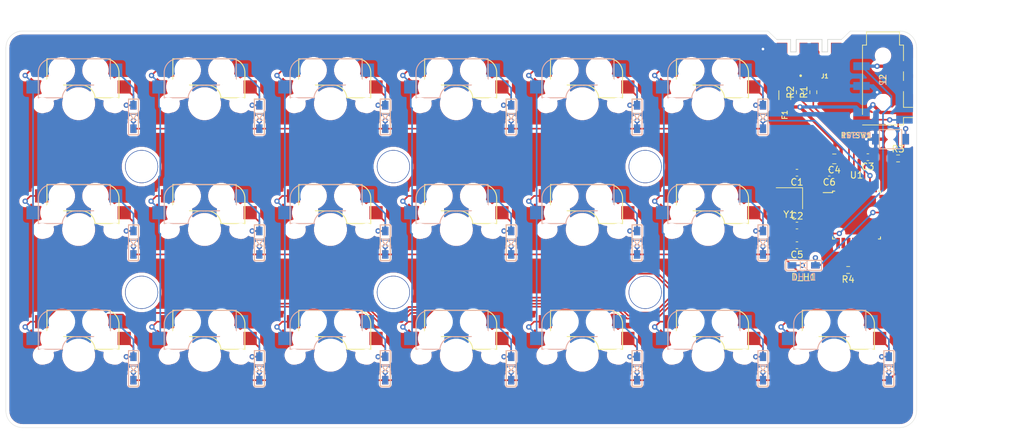
<source format=kicad_pcb>
(kicad_pcb (version 20171130) (host pcbnew "(5.1.12-1-10_14)")
  (layers (0 F.Cu signal) (31 B.Cu signal) (34 B.Paste user) (35 F.Paste user) (36 B.SilkS user) (37 F.SilkS user) (38 B.Mask user) (39 F.Mask user) (44 Edge.Cuts user))
  (net 0 "")
  (net 1 "Net-(D1-Pad2)")
  (net 2 row0)
  (net 3 "Net-(D2-Pad2)")
  (net 4 row1)
  (net 5 row2)
  (net 6 "Net-(D3-Pad2)")
  (net 7 "Net-(D4-Pad2)")
  (net 8 "Net-(D5-Pad2)")
  (net 9 "Net-(D6-Pad2)")
  (net 10 "Net-(D7-Pad2)")
  (net 11 "Net-(D8-Pad2)")
  (net 12 "Net-(D9-Pad2)")
  (net 13 "Net-(D10-Pad2)")
  (net 14 "Net-(D11-Pad2)")
  (net 15 "Net-(D12-Pad2)")
  (net 16 "Net-(D13-Pad2)")
  (net 17 "Net-(D14-Pad2)")
  (net 18 "Net-(D15-Pad2)")
  (net 19 "Net-(D16-Pad2)")
  (net 20 "Net-(D17-Pad2)")
  (net 21 "Net-(D18-Pad2)")
  (net 22 "Net-(D19-Pad2)")
  (net 23 GND)
  (net 24 VCC)
  (net 25 reset)
  (net 26 col0)
  (net 27 col1)
  (net 28 col2)
  (net 29 col3)
  (net 30 col4)
  (net 31 col5)
  (net 32 col6)
  (net 33 "Net-(U1-Pad5)")
  (net 34 "Net-(U1-Pad6)")
  (net 35 data)
  (net 36 "Net-(C1-Pad1)")
  (net 37 "Net-(C2-Pad1)")
  (net 38 "Net-(C3-Pad1)")
  (net 39 "Net-(F1-Pad2)")
  (net 40 "Net-(J1-Pad2)")
  (net 41 "Net-(J1-Pad3)")
  (net 42 "Net-(J1-Pad4)")
  (net 43 "Net-(J2-PadS)")
  (net 44 d_p)
  (net 45 d_m)
  (net 46 "Net-(R4-Pad1)")
  (net 47 "Net-(U1-Pad7)")
  (net 48 "Net-(U1-Pad9)")
  (net 49 "Net-(U1-Pad11)")
  (net 50 "Net-(U1-Pad10)")
  (net 51 "Net-(U1-Pad25)")
  (net 52 "Net-(U1-Pad23)")
  (net 53 "Net-(U1-Pad12)")
  (module Resistor_SMD:R_0603_1608Metric (layer F.Cu) (at 166.4335 75.184 180)
    (fp_text reference R4 (at 0 -1.43) (layer F.SilkS))
    (fp_text value 10k)
    (pad 2 smd roundrect (at 0.825 0 180) (size 0.8 0.95) (layers F.Cu F.Paste F.Mask) (net 23 GND))
    (pad 1 smd roundrect (at -0.825 0 180) (size 0.8 0.95) (layers F.Cu F.Paste F.Mask) (net 46 "Net-(R4-Pad1)"))
  )
  (module Resistor_SMD:R_0603_1608Metric (layer F.Cu) (at 173.99 58.293)
    (fp_text reference R3 (at 0 -1.43) (layer F.SilkS))
    (fp_text value 10k)
    (pad 2 smd roundrect (at 0.825 0) (size 0.8 0.95) (layers F.Cu F.Paste F.Mask) (net 25 reset))
    (pad 1 smd roundrect (at -0.825 0) (size 0.8 0.95) (layers F.Cu F.Paste F.Mask) (net 24 VCC))
  )
  (module Resistor_SMD:R_0603_1608Metric (layer F.Cu) (at 159.131 48.26 90)
    (fp_text reference R2 (at 0 -1.43 90) (layer F.SilkS))
    (fp_text value 22)
    (pad 2 smd roundrect (at 0.825 0 90) (size 0.8 0.95) (layers F.Cu F.Paste F.Mask) (net 40 "Net-(J1-Pad2)"))
    (pad 1 smd roundrect (at -0.825 0 90) (size 0.8 0.95) (layers F.Cu F.Paste F.Mask) (net 45 d_m))
  )
  (module Resistor_SMD:R_0603_1608Metric (layer F.Cu) (at 161.163 48.26 90)
    (fp_text reference R1 (at 0 -1.43 90) (layer F.SilkS))
    (fp_text value 22)
    (pad 2 smd roundrect (at 0.825 0 90) (size 0.8 0.95) (layers F.Cu F.Paste F.Mask) (net 41 "Net-(J1-Pad3)"))
    (pad 1 smd roundrect (at -0.825 0 90) (size 0.8 0.95) (layers F.Cu F.Paste F.Mask) (net 44 d_p))
  )
  (module Crystal:Crystal_SMD_SeikoEpson_FA238-4Pin_3.2x2.5mm (layer F.Cu) (at 157.5435 64.3255 180)
    (fp_text reference Y1 (at 0 -2.45) (layer F.SilkS))
    (fp_text value Crystal_GND24_Small)
    (pad 4 smd rect (at -1.1 -0.8 180) (size 1.4 1.2) (layers F.Cu F.Paste F.Mask) (net 23 GND))
    (pad 3 smd rect (at 1.1 -0.8 180) (size 1.4 1.2) (layers F.Cu F.Paste F.Mask) (net 37 "Net-(C2-Pad1)"))
    (pad 2 smd rect (at 1.1 0.8 180) (size 1.4 1.2) (layers F.Cu F.Paste F.Mask) (net 23 GND))
    (pad 1 smd rect (at -1.1 0.8 180) (size 1.4 1.2) (layers F.Cu F.Paste F.Mask) (net 36 "Net-(C1-Pad1)"))
  )
  (module Capacitor_SMD:C_0805_2012Metric (layer F.Cu) (at 164.338 58.3565 180)
    (fp_text reference C4 (at 0 -1.68) (layer F.SilkS))
    (fp_text value 10u)
    (pad 2 smd roundrect (at 0.95 0 180) (size 1 1.45) (layers F.Cu F.Paste F.Mask) (net 23 GND))
    (pad 1 smd roundrect (at -0.95 0 180) (size 1 1.45) (layers F.Cu F.Paste F.Mask) (net 24 VCC))
  )
  (module Capacitor_SMD:C_0603_1608Metric (layer F.Cu) (at 163.576 60.452 180)
    (fp_text reference C6 (at 0 -1.43) (layer F.SilkS))
    (fp_text value 0.1u)
    (pad 2 smd roundrect (at 0.775 0 180) (size 0.9 0.95) (layers F.Cu F.Paste F.Mask) (net 23 GND))
    (pad 1 smd roundrect (at -0.775 0 180) (size 0.9 0.95) (layers F.Cu F.Paste F.Mask) (net 24 VCC))
  )
  (module Capacitor_SMD:C_0603_1608Metric (layer F.Cu) (at 158.6865 71.4375 180)
    (fp_text reference C5 (at 0 -1.43) (layer F.SilkS))
    (fp_text value 1u)
    (pad 2 smd roundrect (at 0.775 0 180) (size 0.9 0.95) (layers F.Cu F.Paste F.Mask) (net 23 GND))
    (pad 1 smd roundrect (at -0.775 0 180) (size 0.9 0.95) (layers F.Cu F.Paste F.Mask) (net 24 VCC))
  )
  (module Capacitor_SMD:C_0603_1608Metric (layer F.Cu) (at 169.418 58.1025 180)
    (fp_text reference C3 (at 0 -1.43) (layer F.SilkS))
    (fp_text value 0.1u)
    (pad 2 smd roundrect (at 0.775 0 180) (size 0.9 0.95) (layers F.Cu F.Paste F.Mask) (net 23 GND))
    (pad 1 smd roundrect (at -0.775 0 180) (size 0.9 0.95) (layers F.Cu F.Paste F.Mask) (net 38 "Net-(C3-Pad1)"))
  )
  (module Capacitor_SMD:C_0603_1608Metric (layer F.Cu) (at 158.6865 68.453)
    (fp_text reference C2 (at 0 -1.43) (layer F.SilkS))
    (fp_text value 22p)
    (pad 2 smd roundrect (at 0.775 0) (size 0.9 0.95) (layers F.Cu F.Paste F.Mask) (net 23 GND))
    (pad 1 smd roundrect (at -0.775 0) (size 0.9 0.95) (layers F.Cu F.Paste F.Mask) (net 37 "Net-(C2-Pad1)"))
  )
  (module Capacitor_SMD:C_0603_1608Metric (layer F.Cu) (at 158.6865 60.452 180)
    (fp_text reference C1 (at 0 -1.43) (layer F.SilkS))
    (fp_text value 22p)
    (pad 2 smd roundrect (at 0.775 0 180) (size 0.9 0.95) (layers F.Cu F.Paste F.Mask) (net 23 GND))
    (pad 1 smd roundrect (at -0.775 0 180) (size 0.9 0.95) (layers F.Cu F.Paste F.Mask) (net 36 "Net-(C1-Pad1)"))
  )
  (module pisces_v2:CherryMX_Choc_Hotswap (layer F.Cu) (at 145.25 50)
    (fp_text reference SW16 hide)
    (fp_text value SW_PUSH hide)
    (pad 1 smd rect (at -5.6 -5.08 180) (size 2 2) (layers F.Cu F.Paste F.Mask) (net 31 col5))
    (pad "" np_thru_hole circle (at 3.81 -2.54 180) (size 3 3) (drill 3) (layers *.Cu *.Mask))
    (pad "" np_thru_hole circle (at -2.54 -5.08 180) (size 3 3) (drill 3) (layers *.Cu *.Mask))
    (pad 2 smd rect (at 6.9 -2.54 180) (size 2 2) (layers F.Cu F.Paste F.Mask) (net 19 "Net-(D16-Pad2)"))
    (pad 1 smd rect (at -6.9 -2.54 180) (size 2 2) (layers B.Cu B.Paste B.Mask) (net 31 col5))
    (pad "" np_thru_hole circle (at 2.54 -5.08 180) (size 3 3) (drill 3) (layers *.Cu *.Mask))
    (pad "" np_thru_hole circle (at 0 0 90) (size 4 4) (drill 4) (layers *.Cu *.Mask))
    (pad "" np_thru_hole circle (at -5.5 0 90) (size 1.9 1.9) (drill 1.9) (layers *.Cu *.Mask))
    (pad "" np_thru_hole circle (at 5.5 0 90) (size 1.9 1.9) (drill 1.9) (layers *.Cu *.Mask))
    (pad "" np_thru_hole circle (at 5.08 0) (size 1.7 1.7) (drill 1.7) (layers *.Cu *.Mask))
    (pad "" np_thru_hole circle (at -5.08 0) (size 1.7 1.7) (drill 1.7) (layers *.Cu *.Mask))
    (pad "" np_thru_hole circle (at -3.81 -2.54 180) (size 3 3) (drill 3) (layers *.Cu *.Mask))
    (pad 2 smd rect (at 5.6 -5.08 180) (size 2 2) (layers B.Cu B.Paste B.Mask) (net 19 "Net-(D16-Pad2)"))
  )
  (module kbd:HOLE (layer F.Cu) (at 135.725 78.575)
    (fp_text reference HOLE14)
    (fp_text value Val**)
    (pad "" np_thru_hole circle (at 0 0) (size 5 5) (drill 4.8) (layers *.Cu *.Mask))
  )
  (module kbd:HOLE (layer F.Cu) (at 135.725 59.525)
    (fp_text reference HOLE13)
    (fp_text value Val**)
    (pad "" np_thru_hole circle (at 0 0) (size 5 5) (drill 4.8) (layers *.Cu *.Mask))
  )
  (module kbd:HOLE (layer F.Cu) (at 97.625 78.575)
    (fp_text reference HOLE8)
    (fp_text value Val**)
    (pad "" np_thru_hole circle (at 0 0) (size 5 5) (drill 4.8) (layers *.Cu *.Mask))
  )
  (module kbd:HOLE (layer F.Cu) (at 97.625 59.525)
    (fp_text reference HOLE7)
    (fp_text value Val**)
    (pad "" np_thru_hole circle (at 0 0) (size 5 5) (drill 4.8) (layers *.Cu *.Mask))
  )
  (module kbd:HOLE (layer F.Cu) (at 59.525 78.575)
    (fp_text reference HOLE2)
    (fp_text value Val**)
    (pad "" np_thru_hole circle (at 0 0) (size 5 5) (drill 4.8) (layers *.Cu *.Mask))
  )
  (module kbd:HOLE (layer F.Cu) (at 59.525 59.525)
    (fp_text reference HOLE1)
    (fp_text value Val**)
    (pad "" np_thru_hole circle (at 0 0) (size 5 5) (drill 4.8) (layers *.Cu *.Mask))
  )
  (module kbd:D3_SMD (layer B.Cu) (at 58.293 52.0065 90)
    (fp_text reference D1 hide)
    (fp_text value D hide)
    (pad 2 smd rect (at 1.775 0 90) (size 1.3 0.95) (layers B.Cu B.Paste B.Mask) (net 1 "Net-(D1-Pad2)"))
    (pad 1 smd rect (at -1.775 0 90) (size 1.3 0.95) (layers F.Cu F.Paste F.Mask) (net 2 row0))
    (pad 2 smd rect (at 1.775 0 90) (size 1.3 0.95) (layers F.Cu F.Paste F.Mask) (net 1 "Net-(D1-Pad2)"))
    (pad 1 smd rect (at -1.775 0 90) (size 1.3 0.95) (layers B.Cu B.Paste B.Mask) (net 2 row0))
  )
  (module kbd:D3_SMD (layer B.Cu) (at 58.293 71.0565 90)
    (fp_text reference D2 hide)
    (fp_text value D hide)
    (pad 1 smd rect (at -1.775 0 90) (size 1.3 0.95) (layers B.Cu B.Paste B.Mask) (net 4 row1))
    (pad 2 smd rect (at 1.775 0 90) (size 1.3 0.95) (layers F.Cu F.Paste F.Mask) (net 3 "Net-(D2-Pad2)"))
    (pad 1 smd rect (at -1.775 0 90) (size 1.3 0.95) (layers F.Cu F.Paste F.Mask) (net 4 row1))
    (pad 2 smd rect (at 1.775 0 90) (size 1.3 0.95) (layers B.Cu B.Paste B.Mask) (net 3 "Net-(D2-Pad2)"))
  )
  (module kbd:D3_SMD (layer B.Cu) (at 58.293 90.1065 90)
    (fp_text reference D3 hide)
    (fp_text value D hide)
    (pad 2 smd rect (at 1.775 0 90) (size 1.3 0.95) (layers B.Cu B.Paste B.Mask) (net 6 "Net-(D3-Pad2)"))
    (pad 1 smd rect (at -1.775 0 90) (size 1.3 0.95) (layers F.Cu F.Paste F.Mask) (net 5 row2))
    (pad 2 smd rect (at 1.775 0 90) (size 1.3 0.95) (layers F.Cu F.Paste F.Mask) (net 6 "Net-(D3-Pad2)"))
    (pad 1 smd rect (at -1.775 0 90) (size 1.3 0.95) (layers B.Cu B.Paste B.Mask) (net 5 row2))
  )
  (module kbd:D3_SMD (layer B.Cu) (at 96.393 52.0065 90)
    (fp_text reference D7 hide)
    (fp_text value D hide)
    (pad 1 smd rect (at -1.775 0 90) (size 1.3 0.95) (layers B.Cu B.Paste B.Mask) (net 2 row0))
    (pad 2 smd rect (at 1.775 0 90) (size 1.3 0.95) (layers F.Cu F.Paste F.Mask) (net 10 "Net-(D7-Pad2)"))
    (pad 1 smd rect (at -1.775 0 90) (size 1.3 0.95) (layers F.Cu F.Paste F.Mask) (net 2 row0))
    (pad 2 smd rect (at 1.775 0 90) (size 1.3 0.95) (layers B.Cu B.Paste B.Mask) (net 10 "Net-(D7-Pad2)"))
  )
  (module kbd:D3_SMD (layer B.Cu) (at 96.393 71.0565 90)
    (fp_text reference D8 hide)
    (fp_text value D hide)
    (pad 2 smd rect (at 1.775 0 90) (size 1.3 0.95) (layers B.Cu B.Paste B.Mask) (net 11 "Net-(D8-Pad2)"))
    (pad 1 smd rect (at -1.775 0 90) (size 1.3 0.95) (layers F.Cu F.Paste F.Mask) (net 4 row1))
    (pad 2 smd rect (at 1.775 0 90) (size 1.3 0.95) (layers F.Cu F.Paste F.Mask) (net 11 "Net-(D8-Pad2)"))
    (pad 1 smd rect (at -1.775 0 90) (size 1.3 0.95) (layers B.Cu B.Paste B.Mask) (net 4 row1))
  )
  (module kbd:D3_SMD (layer B.Cu) (at 115.443 52.0065 90)
    (fp_text reference D10 hide)
    (fp_text value D hide)
    (pad 1 smd rect (at -1.775 0 90) (size 1.3 0.95) (layers B.Cu B.Paste B.Mask) (net 2 row0))
    (pad 2 smd rect (at 1.775 0 90) (size 1.3 0.95) (layers F.Cu F.Paste F.Mask) (net 13 "Net-(D10-Pad2)"))
    (pad 1 smd rect (at -1.775 0 90) (size 1.3 0.95) (layers F.Cu F.Paste F.Mask) (net 2 row0))
    (pad 2 smd rect (at 1.775 0 90) (size 1.3 0.95) (layers B.Cu B.Paste B.Mask) (net 13 "Net-(D10-Pad2)"))
  )
  (module kbd:D3_SMD (layer B.Cu) (at 115.443 71.0565 90)
    (fp_text reference D11 hide)
    (fp_text value D hide)
    (pad 2 smd rect (at 1.775 0 90) (size 1.3 0.95) (layers B.Cu B.Paste B.Mask) (net 14 "Net-(D11-Pad2)"))
    (pad 1 smd rect (at -1.775 0 90) (size 1.3 0.95) (layers F.Cu F.Paste F.Mask) (net 4 row1))
    (pad 2 smd rect (at 1.775 0 90) (size 1.3 0.95) (layers F.Cu F.Paste F.Mask) (net 14 "Net-(D11-Pad2)"))
    (pad 1 smd rect (at -1.775 0 90) (size 1.3 0.95) (layers B.Cu B.Paste B.Mask) (net 4 row1))
  )
  (module kbd:D3_SMD (layer B.Cu) (at 115.443 90.1065 90)
    (fp_text reference D12 hide)
    (fp_text value D hide)
    (pad 2 smd rect (at 1.775 0 90) (size 1.3 0.95) (layers B.Cu B.Paste B.Mask) (net 15 "Net-(D12-Pad2)"))
    (pad 1 smd rect (at -1.775 0 90) (size 1.3 0.95) (layers F.Cu F.Paste F.Mask) (net 5 row2))
    (pad 2 smd rect (at 1.775 0 90) (size 1.3 0.95) (layers F.Cu F.Paste F.Mask) (net 15 "Net-(D12-Pad2)"))
    (pad 1 smd rect (at -1.775 0 90) (size 1.3 0.95) (layers B.Cu B.Paste B.Mask) (net 5 row2))
  )
  (module kbd:D3_SMD (layer B.Cu) (at 134.493 71.0565 90)
    (fp_text reference D14 hide)
    (fp_text value D hide)
    (pad 1 smd rect (at -1.775 0 90) (size 1.3 0.95) (layers B.Cu B.Paste B.Mask) (net 4 row1))
    (pad 2 smd rect (at 1.775 0 90) (size 1.3 0.95) (layers F.Cu F.Paste F.Mask) (net 17 "Net-(D14-Pad2)"))
    (pad 1 smd rect (at -1.775 0 90) (size 1.3 0.95) (layers F.Cu F.Paste F.Mask) (net 4 row1))
    (pad 2 smd rect (at 1.775 0 90) (size 1.3 0.95) (layers B.Cu B.Paste B.Mask) (net 17 "Net-(D14-Pad2)"))
  )
  (module kbd:D3_SMD (layer B.Cu) (at 134.493 90.1065 90)
    (fp_text reference D15 hide)
    (fp_text value D hide)
    (pad 2 smd rect (at 1.775 0 90) (size 1.3 0.95) (layers B.Cu B.Paste B.Mask) (net 18 "Net-(D15-Pad2)"))
    (pad 1 smd rect (at -1.775 0 90) (size 1.3 0.95) (layers F.Cu F.Paste F.Mask) (net 5 row2))
    (pad 2 smd rect (at 1.775 0 90) (size 1.3 0.95) (layers F.Cu F.Paste F.Mask) (net 18 "Net-(D15-Pad2)"))
    (pad 1 smd rect (at -1.775 0 90) (size 1.3 0.95) (layers B.Cu B.Paste B.Mask) (net 5 row2))
  )
  (module kbd:D3_SMD (layer B.Cu) (at 153.543 71.0565 90)
    (fp_text reference D17 hide)
    (fp_text value D hide)
    (pad 1 smd rect (at -1.775 0 90) (size 1.3 0.95) (layers B.Cu B.Paste B.Mask) (net 4 row1))
    (pad 2 smd rect (at 1.775 0 90) (size 1.3 0.95) (layers F.Cu F.Paste F.Mask) (net 20 "Net-(D17-Pad2)"))
    (pad 1 smd rect (at -1.775 0 90) (size 1.3 0.95) (layers F.Cu F.Paste F.Mask) (net 4 row1))
    (pad 2 smd rect (at 1.775 0 90) (size 1.3 0.95) (layers B.Cu B.Paste B.Mask) (net 20 "Net-(D17-Pad2)"))
  )
  (module kbd:D3_SMD (layer B.Cu) (at 153.543 90.1065 90)
    (fp_text reference D18 hide)
    (fp_text value D hide)
    (pad 1 smd rect (at -1.775 0 90) (size 1.3 0.95) (layers B.Cu B.Paste B.Mask) (net 5 row2))
    (pad 2 smd rect (at 1.775 0 90) (size 1.3 0.95) (layers F.Cu F.Paste F.Mask) (net 21 "Net-(D18-Pad2)"))
    (pad 1 smd rect (at -1.775 0 90) (size 1.3 0.95) (layers F.Cu F.Paste F.Mask) (net 5 row2))
    (pad 2 smd rect (at 1.775 0 90) (size 1.3 0.95) (layers B.Cu B.Paste B.Mask) (net 21 "Net-(D18-Pad2)"))
  )
  (module pisces_v2:RESC1206X70N (layer F.Cu) (at 156.845 48.7045 90)
    (fp_text reference F1 (at -2.9845 0 90) (layer F.SilkS) (effects (font (size 0.8 0.8))))
    (fp_text value Polyfuse_Small)
    (pad 1 smd rect (at -1.528 0 90) (size 1.06 1.82) (layers F.Cu F.Paste F.Mask) (net 24 VCC))
    (pad 2 smd rect (at 1.528 0 90) (size 1.06 1.82) (layers F.Cu F.Paste F.Mask) (net 39 "Net-(F1-Pad2)"))
  )
  (module pisces_v2:HRS_ZX62R-B-5P (layer F.Cu) (at 160.528 41.7195 180)
    (fp_text reference J1 (at -2.37072 -4.111106) (layer F.SilkS) (effects (font (size 0.640734 0.640734))))
    (fp_text value USB_B_Micro)
    (fp_line (start -4.9 1.45) (end -2.8 1.45) (layer Edge.Cuts) (width 0.1))
    (fp_line (start -2.8 1.45) (end -2.8 -0.43) (layer Edge.Cuts) (width 0.1))
    (fp_line (start -2.8 -0.43) (end -1.95 -0.43) (layer Edge.Cuts) (width 0.1))
    (fp_line (start -1.95 -0.43) (end -1.95 1.45) (layer Edge.Cuts) (width 0.1))
    (fp_line (start -1.95 1.45) (end 1.95 1.45) (layer Edge.Cuts) (width 0.1))
    (fp_line (start 1.95 1.45) (end 1.95 -0.43) (layer Edge.Cuts) (width 0.1))
    (fp_line (start 1.95 -0.43) (end 2.8 -0.43) (layer Edge.Cuts) (width 0.1))
    (fp_line (start 2.8 -0.43) (end 2.8 1.45) (layer Edge.Cuts) (width 0.1))
    (fp_line (start 2.8 1.45) (end 4.9 1.45) (layer Edge.Cuts) (width 0.1))
    (pad 6 smd rect (at -3.1 -2.35 180) (size 2.1 2) (layers F.Cu F.Paste F.Mask) (net 23 GND))
    (pad 6 smd rect (at 3.1 -2.35 180) (size 2.1 2) (layers F.Cu F.Paste F.Mask) (net 23 GND))
    (pad 6 smd rect (at -4.1 0 180) (size 1.6 1.9) (layers F.Cu F.Paste F.Mask) (net 23 GND))
    (pad 6 smd rect (at 4.1 0 180) (size 1.6 1.9) (layers F.Cu F.Paste F.Mask) (net 23 GND))
    (pad 1 smd rect (at 1.3 -2.675 180) (size 0.4 1.35) (layers F.Cu F.Paste F.Mask) (net 39 "Net-(F1-Pad2)"))
    (pad 2 smd rect (at 0.65 -2.675 180) (size 0.4 1.35) (layers F.Cu F.Paste F.Mask) (net 40 "Net-(J1-Pad2)"))
    (pad 3 smd rect (at 0 -2.675 180) (size 0.4 1.35) (layers F.Cu F.Paste F.Mask) (net 41 "Net-(J1-Pad3)"))
    (pad 4 smd rect (at -0.65 -2.675 180) (size 0.4 1.35) (layers F.Cu F.Paste F.Mask) (net 42 "Net-(J1-Pad4)"))
    (pad 5 smd rect (at -1.3 -2.675 180) (size 0.4 1.35) (layers F.Cu F.Paste F.Mask) (net 23 GND))
    (pad 6 smd rect (at -0.85 0 180) (size 1.2 1.9) (layers F.Cu F.Paste F.Mask) (net 23 GND))
    (pad 6 smd rect (at 0.85 0 180) (size 1.2 1.9) (layers F.Cu F.Paste F.Mask) (net 23 GND))
  )
  (module pisces_v2:CherryMX_Choc_Hotswap (layer F.Cu) (at 50 50)
    (fp_text reference SW1 hide)
    (fp_text value SW_PUSH hide)
    (pad 1 smd rect (at -5.6 -5.08 180) (size 2 2) (layers F.Cu F.Paste F.Mask) (net 26 col0))
    (pad "" np_thru_hole circle (at 3.81 -2.54 180) (size 3 3) (drill 3) (layers *.Cu *.Mask))
    (pad "" np_thru_hole circle (at -2.54 -5.08 180) (size 3 3) (drill 3) (layers *.Cu *.Mask))
    (pad 2 smd rect (at 6.9 -2.54 180) (size 2 2) (layers F.Cu F.Paste F.Mask) (net 1 "Net-(D1-Pad2)"))
    (pad 1 smd rect (at -6.9 -2.54 180) (size 2 2) (layers B.Cu B.Paste B.Mask) (net 26 col0))
    (pad "" np_thru_hole circle (at 2.54 -5.08 180) (size 3 3) (drill 3) (layers *.Cu *.Mask))
    (pad "" np_thru_hole circle (at 0 0 90) (size 4 4) (drill 4) (layers *.Cu *.Mask))
    (pad "" np_thru_hole circle (at -5.5 0 90) (size 1.9 1.9) (drill 1.9) (layers *.Cu *.Mask))
    (pad "" np_thru_hole circle (at 5.5 0 90) (size 1.9 1.9) (drill 1.9) (layers *.Cu *.Mask))
    (pad "" np_thru_hole circle (at 5.08 0) (size 1.7 1.7) (drill 1.7) (layers *.Cu *.Mask))
    (pad "" np_thru_hole circle (at -5.08 0) (size 1.7 1.7) (drill 1.7) (layers *.Cu *.Mask))
    (pad "" np_thru_hole circle (at -3.81 -2.54 180) (size 3 3) (drill 3) (layers *.Cu *.Mask))
    (pad 2 smd rect (at 5.6 -5.08 180) (size 2 2) (layers B.Cu B.Paste B.Mask) (net 1 "Net-(D1-Pad2)"))
  )
  (module pisces_v2:CherryMX_Choc_Hotswap (layer F.Cu) (at 50 69.05)
    (fp_text reference SW2 hide)
    (fp_text value SW_PUSH hide)
    (pad 2 smd rect (at 5.6 -5.08 180) (size 2 2) (layers B.Cu B.Paste B.Mask) (net 3 "Net-(D2-Pad2)"))
    (pad "" np_thru_hole circle (at -3.81 -2.54 180) (size 3 3) (drill 3) (layers *.Cu *.Mask))
    (pad "" np_thru_hole circle (at -5.08 0) (size 1.7 1.7) (drill 1.7) (layers *.Cu *.Mask))
    (pad "" np_thru_hole circle (at 5.08 0) (size 1.7 1.7) (drill 1.7) (layers *.Cu *.Mask))
    (pad "" np_thru_hole circle (at 5.5 0 90) (size 1.9 1.9) (drill 1.9) (layers *.Cu *.Mask))
    (pad "" np_thru_hole circle (at -5.5 0 90) (size 1.9 1.9) (drill 1.9) (layers *.Cu *.Mask))
    (pad "" np_thru_hole circle (at 0 0 90) (size 4 4) (drill 4) (layers *.Cu *.Mask))
    (pad "" np_thru_hole circle (at 2.54 -5.08 180) (size 3 3) (drill 3) (layers *.Cu *.Mask))
    (pad 1 smd rect (at -6.9 -2.54 180) (size 2 2) (layers B.Cu B.Paste B.Mask) (net 26 col0))
    (pad 2 smd rect (at 6.9 -2.54 180) (size 2 2) (layers F.Cu F.Paste F.Mask) (net 3 "Net-(D2-Pad2)"))
    (pad "" np_thru_hole circle (at -2.54 -5.08 180) (size 3 3) (drill 3) (layers *.Cu *.Mask))
    (pad "" np_thru_hole circle (at 3.81 -2.54 180) (size 3 3) (drill 3) (layers *.Cu *.Mask))
    (pad 1 smd rect (at -5.6 -5.08 180) (size 2 2) (layers F.Cu F.Paste F.Mask) (net 26 col0))
  )
  (module pisces_v2:CherryMX_Choc_Hotswap (layer F.Cu) (at 50 88.1)
    (fp_text reference SW3 hide)
    (fp_text value SW_PUSH hide)
    (pad 1 smd rect (at -5.6 -5.08 180) (size 2 2) (layers F.Cu F.Paste F.Mask) (net 26 col0))
    (pad "" np_thru_hole circle (at 3.81 -2.54 180) (size 3 3) (drill 3) (layers *.Cu *.Mask))
    (pad "" np_thru_hole circle (at -2.54 -5.08 180) (size 3 3) (drill 3) (layers *.Cu *.Mask))
    (pad 2 smd rect (at 6.9 -2.54 180) (size 2 2) (layers F.Cu F.Paste F.Mask) (net 6 "Net-(D3-Pad2)"))
    (pad 1 smd rect (at -6.9 -2.54 180) (size 2 2) (layers B.Cu B.Paste B.Mask) (net 26 col0))
    (pad "" np_thru_hole circle (at 2.54 -5.08 180) (size 3 3) (drill 3) (layers *.Cu *.Mask))
    (pad "" np_thru_hole circle (at 0 0 90) (size 4 4) (drill 4) (layers *.Cu *.Mask))
    (pad "" np_thru_hole circle (at -5.5 0 90) (size 1.9 1.9) (drill 1.9) (layers *.Cu *.Mask))
    (pad "" np_thru_hole circle (at 5.5 0 90) (size 1.9 1.9) (drill 1.9) (layers *.Cu *.Mask))
    (pad "" np_thru_hole circle (at 5.08 0) (size 1.7 1.7) (drill 1.7) (layers *.Cu *.Mask))
    (pad "" np_thru_hole circle (at -5.08 0) (size 1.7 1.7) (drill 1.7) (layers *.Cu *.Mask))
    (pad "" np_thru_hole circle (at -3.81 -2.54 180) (size 3 3) (drill 3) (layers *.Cu *.Mask))
    (pad 2 smd rect (at 5.6 -5.08 180) (size 2 2) (layers B.Cu B.Paste B.Mask) (net 6 "Net-(D3-Pad2)"))
  )
  (module pisces_v2:CherryMX_Choc_Hotswap (layer F.Cu) (at 69.05 50)
    (fp_text reference SW4 hide)
    (fp_text value SW_PUSH hide)
    (pad 2 smd rect (at 5.6 -5.08 180) (size 2 2) (layers B.Cu B.Paste B.Mask) (net 7 "Net-(D4-Pad2)"))
    (pad "" np_thru_hole circle (at -3.81 -2.54 180) (size 3 3) (drill 3) (layers *.Cu *.Mask))
    (pad "" np_thru_hole circle (at -5.08 0) (size 1.7 1.7) (drill 1.7) (layers *.Cu *.Mask))
    (pad "" np_thru_hole circle (at 5.08 0) (size 1.7 1.7) (drill 1.7) (layers *.Cu *.Mask))
    (pad "" np_thru_hole circle (at 5.5 0 90) (size 1.9 1.9) (drill 1.9) (layers *.Cu *.Mask))
    (pad "" np_thru_hole circle (at -5.5 0 90) (size 1.9 1.9) (drill 1.9) (layers *.Cu *.Mask))
    (pad "" np_thru_hole circle (at 0 0 90) (size 4 4) (drill 4) (layers *.Cu *.Mask))
    (pad "" np_thru_hole circle (at 2.54 -5.08 180) (size 3 3) (drill 3) (layers *.Cu *.Mask))
    (pad 1 smd rect (at -6.9 -2.54 180) (size 2 2) (layers B.Cu B.Paste B.Mask) (net 27 col1))
    (pad 2 smd rect (at 6.9 -2.54 180) (size 2 2) (layers F.Cu F.Paste F.Mask) (net 7 "Net-(D4-Pad2)"))
    (pad "" np_thru_hole circle (at -2.54 -5.08 180) (size 3 3) (drill 3) (layers *.Cu *.Mask))
    (pad "" np_thru_hole circle (at 3.81 -2.54 180) (size 3 3) (drill 3) (layers *.Cu *.Mask))
    (pad 1 smd rect (at -5.6 -5.08 180) (size 2 2) (layers F.Cu F.Paste F.Mask) (net 27 col1))
  )
  (module pisces_v2:CherryMX_Choc_Hotswap (layer F.Cu) (at 69.05 69.05)
    (fp_text reference SW5 hide)
    (fp_text value SW_PUSH hide)
    (pad 2 smd rect (at 5.6 -5.08 180) (size 2 2) (layers B.Cu B.Paste B.Mask) (net 8 "Net-(D5-Pad2)"))
    (pad "" np_thru_hole circle (at -3.81 -2.54 180) (size 3 3) (drill 3) (layers *.Cu *.Mask))
    (pad "" np_thru_hole circle (at -5.08 0) (size 1.7 1.7) (drill 1.7) (layers *.Cu *.Mask))
    (pad "" np_thru_hole circle (at 5.08 0) (size 1.7 1.7) (drill 1.7) (layers *.Cu *.Mask))
    (pad "" np_thru_hole circle (at 5.5 0 90) (size 1.9 1.9) (drill 1.9) (layers *.Cu *.Mask))
    (pad "" np_thru_hole circle (at -5.5 0 90) (size 1.9 1.9) (drill 1.9) (layers *.Cu *.Mask))
    (pad "" np_thru_hole circle (at 0 0 90) (size 4 4) (drill 4) (layers *.Cu *.Mask))
    (pad "" np_thru_hole circle (at 2.54 -5.08 180) (size 3 3) (drill 3) (layers *.Cu *.Mask))
    (pad 1 smd rect (at -6.9 -2.54 180) (size 2 2) (layers B.Cu B.Paste B.Mask) (net 27 col1))
    (pad 2 smd rect (at 6.9 -2.54 180) (size 2 2) (layers F.Cu F.Paste F.Mask) (net 8 "Net-(D5-Pad2)"))
    (pad "" np_thru_hole circle (at -2.54 -5.08 180) (size 3 3) (drill 3) (layers *.Cu *.Mask))
    (pad "" np_thru_hole circle (at 3.81 -2.54 180) (size 3 3) (drill 3) (layers *.Cu *.Mask))
    (pad 1 smd rect (at -5.6 -5.08 180) (size 2 2) (layers F.Cu F.Paste F.Mask) (net 27 col1))
  )
  (module pisces_v2:CherryMX_Choc_Hotswap (layer F.Cu) (at 69.05 88.1)
    (fp_text reference SW6 hide)
    (fp_text value SW_PUSH hide)
    (pad 1 smd rect (at -5.6 -5.08 180) (size 2 2) (layers F.Cu F.Paste F.Mask) (net 27 col1))
    (pad "" np_thru_hole circle (at 3.81 -2.54 180) (size 3 3) (drill 3) (layers *.Cu *.Mask))
    (pad "" np_thru_hole circle (at -2.54 -5.08 180) (size 3 3) (drill 3) (layers *.Cu *.Mask))
    (pad 2 smd rect (at 6.9 -2.54 180) (size 2 2) (layers F.Cu F.Paste F.Mask) (net 9 "Net-(D6-Pad2)"))
    (pad 1 smd rect (at -6.9 -2.54 180) (size 2 2) (layers B.Cu B.Paste B.Mask) (net 27 col1))
    (pad "" np_thru_hole circle (at 2.54 -5.08 180) (size 3 3) (drill 3) (layers *.Cu *.Mask))
    (pad "" np_thru_hole circle (at 0 0 90) (size 4 4) (drill 4) (layers *.Cu *.Mask))
    (pad "" np_thru_hole circle (at -5.5 0 90) (size 1.9 1.9) (drill 1.9) (layers *.Cu *.Mask))
    (pad "" np_thru_hole circle (at 5.5 0 90) (size 1.9 1.9) (drill 1.9) (layers *.Cu *.Mask))
    (pad "" np_thru_hole circle (at 5.08 0) (size 1.7 1.7) (drill 1.7) (layers *.Cu *.Mask))
    (pad "" np_thru_hole circle (at -5.08 0) (size 1.7 1.7) (drill 1.7) (layers *.Cu *.Mask))
    (pad "" np_thru_hole circle (at -3.81 -2.54 180) (size 3 3) (drill 3) (layers *.Cu *.Mask))
    (pad 2 smd rect (at 5.6 -5.08 180) (size 2 2) (layers B.Cu B.Paste B.Mask) (net 9 "Net-(D6-Pad2)"))
  )
  (module pisces_v2:CherryMX_Choc_Hotswap (layer F.Cu) (at 88.1 50)
    (fp_text reference SW7 hide)
    (fp_text value SW_PUSH hide)
    (pad 2 smd rect (at 5.6 -5.08 180) (size 2 2) (layers B.Cu B.Paste B.Mask) (net 10 "Net-(D7-Pad2)"))
    (pad "" np_thru_hole circle (at -3.81 -2.54 180) (size 3 3) (drill 3) (layers *.Cu *.Mask))
    (pad "" np_thru_hole circle (at -5.08 0) (size 1.7 1.7) (drill 1.7) (layers *.Cu *.Mask))
    (pad "" np_thru_hole circle (at 5.08 0) (size 1.7 1.7) (drill 1.7) (layers *.Cu *.Mask))
    (pad "" np_thru_hole circle (at 5.5 0 90) (size 1.9 1.9) (drill 1.9) (layers *.Cu *.Mask))
    (pad "" np_thru_hole circle (at -5.5 0 90) (size 1.9 1.9) (drill 1.9) (layers *.Cu *.Mask))
    (pad "" np_thru_hole circle (at 0 0 90) (size 4 4) (drill 4) (layers *.Cu *.Mask))
    (pad "" np_thru_hole circle (at 2.54 -5.08 180) (size 3 3) (drill 3) (layers *.Cu *.Mask))
    (pad 1 smd rect (at -6.9 -2.54 180) (size 2 2) (layers B.Cu B.Paste B.Mask) (net 28 col2))
    (pad 2 smd rect (at 6.9 -2.54 180) (size 2 2) (layers F.Cu F.Paste F.Mask) (net 10 "Net-(D7-Pad2)"))
    (pad "" np_thru_hole circle (at -2.54 -5.08 180) (size 3 3) (drill 3) (layers *.Cu *.Mask))
    (pad "" np_thru_hole circle (at 3.81 -2.54 180) (size 3 3) (drill 3) (layers *.Cu *.Mask))
    (pad 1 smd rect (at -5.6 -5.08 180) (size 2 2) (layers F.Cu F.Paste F.Mask) (net 28 col2))
  )
  (module pisces_v2:CherryMX_Choc_Hotswap (layer F.Cu) (at 88.1 69.05)
    (fp_text reference SW8 hide)
    (fp_text value SW_PUSH hide)
    (pad 1 smd rect (at -5.6 -5.08 180) (size 2 2) (layers F.Cu F.Paste F.Mask) (net 28 col2))
    (pad "" np_thru_hole circle (at 3.81 -2.54 180) (size 3 3) (drill 3) (layers *.Cu *.Mask))
    (pad "" np_thru_hole circle (at -2.54 -5.08 180) (size 3 3) (drill 3) (layers *.Cu *.Mask))
    (pad 2 smd rect (at 6.9 -2.54 180) (size 2 2) (layers F.Cu F.Paste F.Mask) (net 11 "Net-(D8-Pad2)"))
    (pad 1 smd rect (at -6.9 -2.54 180) (size 2 2) (layers B.Cu B.Paste B.Mask) (net 28 col2))
    (pad "" np_thru_hole circle (at 2.54 -5.08 180) (size 3 3) (drill 3) (layers *.Cu *.Mask))
    (pad "" np_thru_hole circle (at 0 0 90) (size 4 4) (drill 4) (layers *.Cu *.Mask))
    (pad "" np_thru_hole circle (at -5.5 0 90) (size 1.9 1.9) (drill 1.9) (layers *.Cu *.Mask))
    (pad "" np_thru_hole circle (at 5.5 0 90) (size 1.9 1.9) (drill 1.9) (layers *.Cu *.Mask))
    (pad "" np_thru_hole circle (at 5.08 0) (size 1.7 1.7) (drill 1.7) (layers *.Cu *.Mask))
    (pad "" np_thru_hole circle (at -5.08 0) (size 1.7 1.7) (drill 1.7) (layers *.Cu *.Mask))
    (pad "" np_thru_hole circle (at -3.81 -2.54 180) (size 3 3) (drill 3) (layers *.Cu *.Mask))
    (pad 2 smd rect (at 5.6 -5.08 180) (size 2 2) (layers B.Cu B.Paste B.Mask) (net 11 "Net-(D8-Pad2)"))
  )
  (module pisces_v2:CherryMX_Choc_Hotswap (layer F.Cu) (at 88.1 88.1)
    (fp_text reference SW9 hide)
    (fp_text value SW_PUSH hide)
    (pad 1 smd rect (at -5.6 -5.08 180) (size 2 2) (layers F.Cu F.Paste F.Mask) (net 28 col2))
    (pad "" np_thru_hole circle (at 3.81 -2.54 180) (size 3 3) (drill 3) (layers *.Cu *.Mask))
    (pad "" np_thru_hole circle (at -2.54 -5.08 180) (size 3 3) (drill 3) (layers *.Cu *.Mask))
    (pad 2 smd rect (at 6.9 -2.54 180) (size 2 2) (layers F.Cu F.Paste F.Mask) (net 12 "Net-(D9-Pad2)"))
    (pad 1 smd rect (at -6.9 -2.54 180) (size 2 2) (layers B.Cu B.Paste B.Mask) (net 28 col2))
    (pad "" np_thru_hole circle (at 2.54 -5.08 180) (size 3 3) (drill 3) (layers *.Cu *.Mask))
    (pad "" np_thru_hole circle (at 0 0 90) (size 4 4) (drill 4) (layers *.Cu *.Mask))
    (pad "" np_thru_hole circle (at -5.5 0 90) (size 1.9 1.9) (drill 1.9) (layers *.Cu *.Mask))
    (pad "" np_thru_hole circle (at 5.5 0 90) (size 1.9 1.9) (drill 1.9) (layers *.Cu *.Mask))
    (pad "" np_thru_hole circle (at 5.08 0) (size 1.7 1.7) (drill 1.7) (layers *.Cu *.Mask))
    (pad "" np_thru_hole circle (at -5.08 0) (size 1.7 1.7) (drill 1.7) (layers *.Cu *.Mask))
    (pad "" np_thru_hole circle (at -3.81 -2.54 180) (size 3 3) (drill 3) (layers *.Cu *.Mask))
    (pad 2 smd rect (at 5.6 -5.08 180) (size 2 2) (layers B.Cu B.Paste B.Mask) (net 12 "Net-(D9-Pad2)"))
  )
  (module pisces_v2:CherryMX_Choc_Hotswap (layer F.Cu) (at 107.15 50)
    (fp_text reference SW10 hide)
    (fp_text value SW_PUSH hide)
    (pad 1 smd rect (at -5.6 -5.08 180) (size 2 2) (layers F.Cu F.Paste F.Mask) (net 29 col3))
    (pad "" np_thru_hole circle (at 3.81 -2.54 180) (size 3 3) (drill 3) (layers *.Cu *.Mask))
    (pad "" np_thru_hole circle (at -2.54 -5.08 180) (size 3 3) (drill 3) (layers *.Cu *.Mask))
    (pad 2 smd rect (at 6.9 -2.54 180) (size 2 2) (layers F.Cu F.Paste F.Mask) (net 13 "Net-(D10-Pad2)"))
    (pad 1 smd rect (at -6.9 -2.54 180) (size 2 2) (layers B.Cu B.Paste B.Mask) (net 29 col3))
    (pad "" np_thru_hole circle (at 2.54 -5.08 180) (size 3 3) (drill 3) (layers *.Cu *.Mask))
    (pad "" np_thru_hole circle (at 0 0 90) (size 4 4) (drill 4) (layers *.Cu *.Mask))
    (pad "" np_thru_hole circle (at -5.5 0 90) (size 1.9 1.9) (drill 1.9) (layers *.Cu *.Mask))
    (pad "" np_thru_hole circle (at 5.5 0 90) (size 1.9 1.9) (drill 1.9) (layers *.Cu *.Mask))
    (pad "" np_thru_hole circle (at 5.08 0) (size 1.7 1.7) (drill 1.7) (layers *.Cu *.Mask))
    (pad "" np_thru_hole circle (at -5.08 0) (size 1.7 1.7) (drill 1.7) (layers *.Cu *.Mask))
    (pad "" np_thru_hole circle (at -3.81 -2.54 180) (size 3 3) (drill 3) (layers *.Cu *.Mask))
    (pad 2 smd rect (at 5.6 -5.08 180) (size 2 2) (layers B.Cu B.Paste B.Mask) (net 13 "Net-(D10-Pad2)"))
  )
  (module pisces_v2:CherryMX_Choc_Hotswap (layer F.Cu) (at 107.15 69.05)
    (fp_text reference SW11 hide)
    (fp_text value SW_PUSH hide)
    (pad 2 smd rect (at 5.6 -5.08 180) (size 2 2) (layers B.Cu B.Paste B.Mask) (net 14 "Net-(D11-Pad2)"))
    (pad "" np_thru_hole circle (at -3.81 -2.54 180) (size 3 3) (drill 3) (layers *.Cu *.Mask))
    (pad "" np_thru_hole circle (at -5.08 0) (size 1.7 1.7) (drill 1.7) (layers *.Cu *.Mask))
    (pad "" np_thru_hole circle (at 5.08 0) (size 1.7 1.7) (drill 1.7) (layers *.Cu *.Mask))
    (pad "" np_thru_hole circle (at 5.5 0 90) (size 1.9 1.9) (drill 1.9) (layers *.Cu *.Mask))
    (pad "" np_thru_hole circle (at -5.5 0 90) (size 1.9 1.9) (drill 1.9) (layers *.Cu *.Mask))
    (pad "" np_thru_hole circle (at 0 0 90) (size 4 4) (drill 4) (layers *.Cu *.Mask))
    (pad "" np_thru_hole circle (at 2.54 -5.08 180) (size 3 3) (drill 3) (layers *.Cu *.Mask))
    (pad 1 smd rect (at -6.9 -2.54 180) (size 2 2) (layers B.Cu B.Paste B.Mask) (net 29 col3))
    (pad 2 smd rect (at 6.9 -2.54 180) (size 2 2) (layers F.Cu F.Paste F.Mask) (net 14 "Net-(D11-Pad2)"))
    (pad "" np_thru_hole circle (at -2.54 -5.08 180) (size 3 3) (drill 3) (layers *.Cu *.Mask))
    (pad "" np_thru_hole circle (at 3.81 -2.54 180) (size 3 3) (drill 3) (layers *.Cu *.Mask))
    (pad 1 smd rect (at -5.6 -5.08 180) (size 2 2) (layers F.Cu F.Paste F.Mask) (net 29 col3))
  )
  (module pisces_v2:CherryMX_Choc_Hotswap (layer F.Cu) (at 107.15 88.1)
    (fp_text reference SW12 hide)
    (fp_text value SW_PUSH hide)
    (pad 1 smd rect (at -5.6 -5.08 180) (size 2 2) (layers F.Cu F.Paste F.Mask) (net 29 col3))
    (pad "" np_thru_hole circle (at 3.81 -2.54 180) (size 3 3) (drill 3) (layers *.Cu *.Mask))
    (pad "" np_thru_hole circle (at -2.54 -5.08 180) (size 3 3) (drill 3) (layers *.Cu *.Mask))
    (pad 2 smd rect (at 6.9 -2.54 180) (size 2 2) (layers F.Cu F.Paste F.Mask) (net 15 "Net-(D12-Pad2)"))
    (pad 1 smd rect (at -6.9 -2.54 180) (size 2 2) (layers B.Cu B.Paste B.Mask) (net 29 col3))
    (pad "" np_thru_hole circle (at 2.54 -5.08 180) (size 3 3) (drill 3) (layers *.Cu *.Mask))
    (pad "" np_thru_hole circle (at 0 0 90) (size 4 4) (drill 4) (layers *.Cu *.Mask))
    (pad "" np_thru_hole circle (at -5.5 0 90) (size 1.9 1.9) (drill 1.9) (layers *.Cu *.Mask))
    (pad "" np_thru_hole circle (at 5.5 0 90) (size 1.9 1.9) (drill 1.9) (layers *.Cu *.Mask))
    (pad "" np_thru_hole circle (at 5.08 0) (size 1.7 1.7) (drill 1.7) (layers *.Cu *.Mask))
    (pad "" np_thru_hole circle (at -5.08 0) (size 1.7 1.7) (drill 1.7) (layers *.Cu *.Mask))
    (pad "" np_thru_hole circle (at -3.81 -2.54 180) (size 3 3) (drill 3) (layers *.Cu *.Mask))
    (pad 2 smd rect (at 5.6 -5.08 180) (size 2 2) (layers B.Cu B.Paste B.Mask) (net 15 "Net-(D12-Pad2)"))
  )
  (module pisces_v2:CherryMX_Choc_Hotswap (layer F.Cu) (at 126.2 50)
    (fp_text reference SW13 hide)
    (fp_text value SW_PUSH hide)
    (pad 2 smd rect (at 5.6 -5.08 180) (size 2 2) (layers B.Cu B.Paste B.Mask) (net 16 "Net-(D13-Pad2)"))
    (pad "" np_thru_hole circle (at -3.81 -2.54 180) (size 3 3) (drill 3) (layers *.Cu *.Mask))
    (pad "" np_thru_hole circle (at -5.08 0) (size 1.7 1.7) (drill 1.7) (layers *.Cu *.Mask))
    (pad "" np_thru_hole circle (at 5.08 0) (size 1.7 1.7) (drill 1.7) (layers *.Cu *.Mask))
    (pad "" np_thru_hole circle (at 5.5 0 90) (size 1.9 1.9) (drill 1.9) (layers *.Cu *.Mask))
    (pad "" np_thru_hole circle (at -5.5 0 90) (size 1.9 1.9) (drill 1.9) (layers *.Cu *.Mask))
    (pad "" np_thru_hole circle (at 0 0 90) (size 4 4) (drill 4) (layers *.Cu *.Mask))
    (pad "" np_thru_hole circle (at 2.54 -5.08 180) (size 3 3) (drill 3) (layers *.Cu *.Mask))
    (pad 1 smd rect (at -6.9 -2.54 180) (size 2 2) (layers B.Cu B.Paste B.Mask) (net 30 col4))
    (pad 2 smd rect (at 6.9 -2.54 180) (size 2 2) (layers F.Cu F.Paste F.Mask) (net 16 "Net-(D13-Pad2)"))
    (pad "" np_thru_hole circle (at -2.54 -5.08 180) (size 3 3) (drill 3) (layers *.Cu *.Mask))
    (pad "" np_thru_hole circle (at 3.81 -2.54 180) (size 3 3) (drill 3) (layers *.Cu *.Mask))
    (pad 1 smd rect (at -5.6 -5.08 180) (size 2 2) (layers F.Cu F.Paste F.Mask) (net 30 col4))
  )
  (module pisces_v2:CherryMX_Choc_Hotswap (layer F.Cu) (at 126.2 69.05)
    (fp_text reference SW14 hide)
    (fp_text value SW_PUSH hide)
    (pad 2 smd rect (at 5.6 -5.08 180) (size 2 2) (layers B.Cu B.Paste B.Mask) (net 17 "Net-(D14-Pad2)"))
    (pad "" np_thru_hole circle (at -3.81 -2.54 180) (size 3 3) (drill 3) (layers *.Cu *.Mask))
    (pad "" np_thru_hole circle (at -5.08 0) (size 1.7 1.7) (drill 1.7) (layers *.Cu *.Mask))
    (pad "" np_thru_hole circle (at 5.08 0) (size 1.7 1.7) (drill 1.7) (layers *.Cu *.Mask))
    (pad "" np_thru_hole circle (at 5.5 0 90) (size 1.9 1.9) (drill 1.9) (layers *.Cu *.Mask))
    (pad "" np_thru_hole circle (at -5.5 0 90) (size 1.9 1.9) (drill 1.9) (layers *.Cu *.Mask))
    (pad "" np_thru_hole circle (at 0 0 90) (size 4 4) (drill 4) (layers *.Cu *.Mask))
    (pad "" np_thru_hole circle (at 2.54 -5.08 180) (size 3 3) (drill 3) (layers *.Cu *.Mask))
    (pad 1 smd rect (at -6.9 -2.54 180) (size 2 2) (layers B.Cu B.Paste B.Mask) (net 30 col4))
    (pad 2 smd rect (at 6.9 -2.54 180) (size 2 2) (layers F.Cu F.Paste F.Mask) (net 17 "Net-(D14-Pad2)"))
    (pad "" np_thru_hole circle (at -2.54 -5.08 180) (size 3 3) (drill 3) (layers *.Cu *.Mask))
    (pad "" np_thru_hole circle (at 3.81 -2.54 180) (size 3 3) (drill 3) (layers *.Cu *.Mask))
    (pad 1 smd rect (at -5.6 -5.08 180) (size 2 2) (layers F.Cu F.Paste F.Mask) (net 30 col4))
  )
  (module pisces_v2:CherryMX_Choc_Hotswap (layer F.Cu) (at 126.2 88.1)
    (fp_text reference SW15 hide)
    (fp_text value SW_PUSH hide)
    (pad 2 smd rect (at 5.6 -5.08 180) (size 2 2) (layers B.Cu B.Paste B.Mask) (net 18 "Net-(D15-Pad2)"))
    (pad "" np_thru_hole circle (at -3.81 -2.54 180) (size 3 3) (drill 3) (layers *.Cu *.Mask))
    (pad "" np_thru_hole circle (at -5.08 0) (size 1.7 1.7) (drill 1.7) (layers *.Cu *.Mask))
    (pad "" np_thru_hole circle (at 5.08 0) (size 1.7 1.7) (drill 1.7) (layers *.Cu *.Mask))
    (pad "" np_thru_hole circle (at 5.5 0 90) (size 1.9 1.9) (drill 1.9) (layers *.Cu *.Mask))
    (pad "" np_thru_hole circle (at -5.5 0 90) (size 1.9 1.9) (drill 1.9) (layers *.Cu *.Mask))
    (pad "" np_thru_hole circle (at 0 0 90) (size 4 4) (drill 4) (layers *.Cu *.Mask))
    (pad "" np_thru_hole circle (at 2.54 -5.08 180) (size 3 3) (drill 3) (layers *.Cu *.Mask))
    (pad 1 smd rect (at -6.9 -2.54 180) (size 2 2) (layers B.Cu B.Paste B.Mask) (net 30 col4))
    (pad 2 smd rect (at 6.9 -2.54 180) (size 2 2) (layers F.Cu F.Paste F.Mask) (net 18 "Net-(D15-Pad2)"))
    (pad "" np_thru_hole circle (at -2.54 -5.08 180) (size 3 3) (drill 3) (layers *.Cu *.Mask))
    (pad "" np_thru_hole circle (at 3.81 -2.54 180) (size 3 3) (drill 3) (layers *.Cu *.Mask))
    (pad 1 smd rect (at -5.6 -5.08 180) (size 2 2) (layers F.Cu F.Paste F.Mask) (net 30 col4))
  )
  (module pisces_v2:CherryMX_Choc_Hotswap (layer F.Cu) (at 145.25 69.05)
    (fp_text reference SW17 hide)
    (fp_text value SW_PUSH hide)
    (pad 2 smd rect (at 5.6 -5.08 180) (size 2 2) (layers B.Cu B.Paste B.Mask) (net 20 "Net-(D17-Pad2)"))
    (pad "" np_thru_hole circle (at -3.81 -2.54 180) (size 3 3) (drill 3) (layers *.Cu *.Mask))
    (pad "" np_thru_hole circle (at -5.08 0) (size 1.7 1.7) (drill 1.7) (layers *.Cu *.Mask))
    (pad "" np_thru_hole circle (at 5.08 0) (size 1.7 1.7) (drill 1.7) (layers *.Cu *.Mask))
    (pad "" np_thru_hole circle (at 5.5 0 90) (size 1.9 1.9) (drill 1.9) (layers *.Cu *.Mask))
    (pad "" np_thru_hole circle (at -5.5 0 90) (size 1.9 1.9) (drill 1.9) (layers *.Cu *.Mask))
    (pad "" np_thru_hole circle (at 0 0 90) (size 4 4) (drill 4) (layers *.Cu *.Mask))
    (pad "" np_thru_hole circle (at 2.54 -5.08 180) (size 3 3) (drill 3) (layers *.Cu *.Mask))
    (pad 1 smd rect (at -6.9 -2.54 180) (size 2 2) (layers B.Cu B.Paste B.Mask) (net 31 col5))
    (pad 2 smd rect (at 6.9 -2.54 180) (size 2 2) (layers F.Cu F.Paste F.Mask) (net 20 "Net-(D17-Pad2)"))
    (pad "" np_thru_hole circle (at -2.54 -5.08 180) (size 3 3) (drill 3) (layers *.Cu *.Mask))
    (pad "" np_thru_hole circle (at 3.81 -2.54 180) (size 3 3) (drill 3) (layers *.Cu *.Mask))
    (pad 1 smd rect (at -5.6 -5.08 180) (size 2 2) (layers F.Cu F.Paste F.Mask) (net 31 col5))
  )
  (module pisces_v2:CherryMX_Choc_Hotswap (layer F.Cu) (at 145.25 88.1)
    (fp_text reference SW18 hide)
    (fp_text value SW_PUSH hide)
    (pad 1 smd rect (at -5.6 -5.08 180) (size 2 2) (layers F.Cu F.Paste F.Mask) (net 31 col5))
    (pad "" np_thru_hole circle (at 3.81 -2.54 180) (size 3 3) (drill 3) (layers *.Cu *.Mask))
    (pad "" np_thru_hole circle (at -2.54 -5.08 180) (size 3 3) (drill 3) (layers *.Cu *.Mask))
    (pad 2 smd rect (at 6.9 -2.54 180) (size 2 2) (layers F.Cu F.Paste F.Mask) (net 21 "Net-(D18-Pad2)"))
    (pad 1 smd rect (at -6.9 -2.54 180) (size 2 2) (layers B.Cu B.Paste B.Mask) (net 31 col5))
    (pad "" np_thru_hole circle (at 2.54 -5.08 180) (size 3 3) (drill 3) (layers *.Cu *.Mask))
    (pad "" np_thru_hole circle (at 0 0 90) (size 4 4) (drill 4) (layers *.Cu *.Mask))
    (pad "" np_thru_hole circle (at -5.5 0 90) (size 1.9 1.9) (drill 1.9) (layers *.Cu *.Mask))
    (pad "" np_thru_hole circle (at 5.5 0 90) (size 1.9 1.9) (drill 1.9) (layers *.Cu *.Mask))
    (pad "" np_thru_hole circle (at 5.08 0) (size 1.7 1.7) (drill 1.7) (layers *.Cu *.Mask))
    (pad "" np_thru_hole circle (at -5.08 0) (size 1.7 1.7) (drill 1.7) (layers *.Cu *.Mask))
    (pad "" np_thru_hole circle (at -3.81 -2.54 180) (size 3 3) (drill 3) (layers *.Cu *.Mask))
    (pad 2 smd rect (at 5.6 -5.08 180) (size 2 2) (layers B.Cu B.Paste B.Mask) (net 21 "Net-(D18-Pad2)"))
  )
  (module pisces_v2:CherryMX_Choc_Hotswap (layer F.Cu) (at 164.3 88.1)
    (fp_text reference SW19 hide)
    (fp_text value SW_PUSH hide)
    (pad 1 smd rect (at -5.6 -5.08 180) (size 2 2) (layers F.Cu F.Paste F.Mask) (net 32 col6))
    (pad "" np_thru_hole circle (at 3.81 -2.54 180) (size 3 3) (drill 3) (layers *.Cu *.Mask))
    (pad "" np_thru_hole circle (at -2.54 -5.08 180) (size 3 3) (drill 3) (layers *.Cu *.Mask))
    (pad 2 smd rect (at 6.9 -2.54 180) (size 2 2) (layers F.Cu F.Paste F.Mask) (net 22 "Net-(D19-Pad2)"))
    (pad 1 smd rect (at -6.9 -2.54 180) (size 2 2) (layers B.Cu B.Paste B.Mask) (net 32 col6))
    (pad "" np_thru_hole circle (at 2.54 -5.08 180) (size 3 3) (drill 3) (layers *.Cu *.Mask))
    (pad "" np_thru_hole circle (at 0 0 90) (size 4 4) (drill 4) (layers *.Cu *.Mask))
    (pad "" np_thru_hole circle (at -5.5 0 90) (size 1.9 1.9) (drill 1.9) (layers *.Cu *.Mask))
    (pad "" np_thru_hole circle (at 5.5 0 90) (size 1.9 1.9) (drill 1.9) (layers *.Cu *.Mask))
    (pad "" np_thru_hole circle (at 5.08 0) (size 1.7 1.7) (drill 1.7) (layers *.Cu *.Mask))
    (pad "" np_thru_hole circle (at -5.08 0) (size 1.7 1.7) (drill 1.7) (layers *.Cu *.Mask))
    (pad "" np_thru_hole circle (at -3.81 -2.54 180) (size 3 3) (drill 3) (layers *.Cu *.Mask))
    (pad 2 smd rect (at 5.6 -5.08 180) (size 2 2) (layers B.Cu B.Paste B.Mask) (net 22 "Net-(D19-Pad2)"))
  )
  (module Package_QFP:TQFP-32_7x7mm_P0.8mm (layer F.Cu) (at 167.7035 66.8655)
    (fp_text reference U1 (at 0 -6.05) (layer F.SilkS))
    (fp_text value ATmega32U2-AU)
    (pad 1 smd rect (at -4.25 -2.8) (size 1.6 0.55) (layers F.Cu F.Paste F.Mask) (net 36 "Net-(C1-Pad1)"))
    (pad 2 smd rect (at -4.25 -2) (size 1.6 0.55) (layers F.Cu F.Paste F.Mask) (net 37 "Net-(C2-Pad1)"))
    (pad 3 smd rect (at -4.25 -1.2) (size 1.6 0.55) (layers F.Cu F.Paste F.Mask) (net 23 GND))
    (pad 4 smd rect (at -4.25 -0.4) (size 1.6 0.55) (layers F.Cu F.Paste F.Mask) (net 24 VCC))
    (pad 5 smd rect (at -4.25 0.4) (size 1.6 0.55) (layers F.Cu F.Paste F.Mask) (net 33 "Net-(U1-Pad5)"))
    (pad 6 smd rect (at -4.25 1.2) (size 1.6 0.55) (layers F.Cu F.Paste F.Mask) (net 34 "Net-(U1-Pad6)"))
    (pad 7 smd rect (at -4.25 2) (size 1.6 0.55) (layers F.Cu F.Paste F.Mask) (net 47 "Net-(U1-Pad7)"))
    (pad 8 smd rect (at -4.25 2.8) (size 1.6 0.55) (layers F.Cu F.Paste F.Mask) (net 35 data))
    (pad 9 smd rect (at -2.8 4.25 90) (size 1.6 0.55) (layers F.Cu F.Paste F.Mask) (net 48 "Net-(U1-Pad9)"))
    (pad 10 smd rect (at -2 4.25 90) (size 1.6 0.55) (layers F.Cu F.Paste F.Mask) (net 50 "Net-(U1-Pad10)"))
    (pad 11 smd rect (at -1.2 4.25 90) (size 1.6 0.55) (layers F.Cu F.Paste F.Mask) (net 49 "Net-(U1-Pad11)"))
    (pad 12 smd rect (at -0.4 4.25 90) (size 1.6 0.55) (layers F.Cu F.Paste F.Mask) (net 53 "Net-(U1-Pad12)"))
    (pad 13 smd rect (at 0.4 4.25 90) (size 1.6 0.55) (layers F.Cu F.Paste F.Mask) (net 46 "Net-(R4-Pad1)"))
    (pad 14 smd rect (at 1.2 4.25 90) (size 1.6 0.55) (layers F.Cu F.Paste F.Mask) (net 4 row1))
    (pad 15 smd rect (at 2 4.25 90) (size 1.6 0.55) (layers F.Cu F.Paste F.Mask) (net 26 col0))
    (pad 16 smd rect (at 2.8 4.25 90) (size 1.6 0.55) (layers F.Cu F.Paste F.Mask) (net 27 col1))
    (pad 17 smd rect (at 4.25 2.8) (size 1.6 0.55) (layers F.Cu F.Paste F.Mask) (net 28 col2))
    (pad 18 smd rect (at 4.25 2) (size 1.6 0.55) (layers F.Cu F.Paste F.Mask) (net 29 col3))
    (pad 19 smd rect (at 4.25 1.2) (size 1.6 0.55) (layers F.Cu F.Paste F.Mask) (net 30 col4))
    (pad 20 smd rect (at 4.25 0.4) (size 1.6 0.55) (layers F.Cu F.Paste F.Mask) (net 31 col5))
    (pad 21 smd rect (at 4.25 -0.4) (size 1.6 0.55) (layers F.Cu F.Paste F.Mask) (net 32 col6))
    (pad 22 smd rect (at 4.25 -1.2) (size 1.6 0.55) (layers F.Cu F.Paste F.Mask) (net 5 row2))
    (pad 23 smd rect (at 4.25 -2) (size 1.6 0.55) (layers F.Cu F.Paste F.Mask) (net 52 "Net-(U1-Pad23)"))
    (pad 24 smd rect (at 4.25 -2.8) (size 1.6 0.55) (layers F.Cu F.Paste F.Mask) (net 25 reset))
    (pad 25 smd rect (at 2.8 -4.25 90) (size 1.6 0.55) (layers F.Cu F.Paste F.Mask) (net 51 "Net-(U1-Pad25)"))
    (pad 26 smd rect (at 2 -4.25 90) (size 1.6 0.55) (layers F.Cu F.Paste F.Mask) (net 2 row0))
    (pad 27 smd rect (at 1.2 -4.25 90) (size 1.6 0.55) (layers F.Cu F.Paste F.Mask) (net 38 "Net-(C3-Pad1)"))
    (pad 28 smd rect (at 0.4 -4.25 90) (size 1.6 0.55) (layers F.Cu F.Paste F.Mask) (net 23 GND))
    (pad 29 smd rect (at -0.4 -4.25 90) (size 1.6 0.55) (layers F.Cu F.Paste F.Mask) (net 44 d_p))
    (pad 30 smd rect (at -1.2 -4.25 90) (size 1.6 0.55) (layers F.Cu F.Paste F.Mask) (net 45 d_m))
    (pad 31 smd rect (at -2 -4.25 90) (size 1.6 0.55) (layers F.Cu F.Paste F.Mask) (net 24 VCC))
    (pad 32 smd rect (at -2.8 -4.25 90) (size 1.6 0.55) (layers F.Cu F.Paste F.Mask) (net 24 VCC))
  )
  (module pisces_v2:Jack_3.5mm_PJ320D_Horizontal_reversible (layer F.Cu) (at 171.704 47.498 270)
    (fp_text reference J2 (at -1.143 0 90) (layer F.SilkS))
    (fp_text value AudioJack4)
    (pad "" np_thru_hole circle (at 2.225 0 270) (size 1.5 1.5) (drill 1.5) (layers *.Cu *.Mask))
    (pad "" np_thru_hole circle (at -4.775 0 270) (size 1.5 1.5) (drill 1.5) (layers *.Cu *.Mask))
    (pad R2 smd rect (at -3.175 -3.25 270) (size 1.2 2.5) (layers F.Cu F.Paste F.Mask) (net 35 data))
    (pad R1 smd rect (at -0.175 -3.25 270) (size 1.2 2.5) (layers F.Cu F.Paste F.Mask) (net 23 GND))
    (pad T smd rect (at 3.825 -3.25 270) (size 1.2 2.5) (layers F.Cu F.Paste F.Mask) (net 24 VCC))
    (pad S smd rect (at 4.925 3.25 270) (size 1.2 2.5) (layers F.Cu F.Paste F.Mask) (net 43 "Net-(J2-PadS)"))
    (pad R1 smd rect (at -0.185 3.25 270) (size 1.2 2.5) (layers B.Cu B.Paste B.Mask) (net 23 GND))
    (pad R2 smd rect (at -3.185 3.25 270) (size 1.2 2.5) (layers B.Cu B.Paste B.Mask) (net 35 data))
    (pad S smd rect (at 4.915 -3.25 270) (size 1.2 2.5) (layers B.Cu B.Paste B.Mask) (net 43 "Net-(J2-PadS)"))
    (pad T smd rect (at 3.815 3.25 270) (size 1.2 2.5) (layers B.Cu B.Paste B.Mask) (net 24 VCC))
  )
  (module pisces_v2:TVAF06-A020B-R_reversible (layer F.Cu) (at 172.847 55.372)
    (fp_text reference RSTSW1 (at -5.207 -0.5715) (layer F.SilkS) (effects (font (size 0.8 0.8))))
    (fp_text value SW_PUSH)
    (pad 1 smd rect (at -2.25 0 90) (size 1.6 1.1) (layers F.Cu F.Paste F.Mask) (net 23 GND))
    (pad 2 smd rect (at 2.25 0 90) (size 1.6 1.1) (layers F.Cu F.Paste F.Mask) (net 25 reset))
    (pad "" np_thru_hole circle (at 0 -0.8 90) (size 0.75 0.75) (drill 0.75) (layers *.Cu *.Mask))
    (pad "" np_thru_hole circle (at 0 0.9 90) (size 0.75 0.75) (drill 0.75) (layers *.Cu *.Mask))
    (pad 1 smd rect (at -2.25 0 270) (size 1.6 1.1) (layers B.Cu B.Paste B.Mask) (net 23 GND))
    (pad 2 smd rect (at 2.25 0 270) (size 1.6 1.1) (layers B.Cu B.Paste B.Mask) (net 25 reset))
  )
  (module kbd:D3_SMD (layer B.Cu) (at 77.342999 52.0065 90)
    (fp_text reference D4 hide)
    (fp_text value D hide)
    (pad 1 smd rect (at -1.775 0 90) (size 1.3 0.95) (layers B.Cu B.Paste B.Mask) (net 2 row0))
    (pad 2 smd rect (at 1.775 0 90) (size 1.3 0.95) (layers F.Cu F.Paste F.Mask) (net 7 "Net-(D4-Pad2)"))
    (pad 1 smd rect (at -1.775 0 90) (size 1.3 0.95) (layers F.Cu F.Paste F.Mask) (net 2 row0))
    (pad 2 smd rect (at 1.775 0 90) (size 1.3 0.95) (layers B.Cu B.Paste B.Mask) (net 7 "Net-(D4-Pad2)"))
  )
  (module kbd:D3_SMD (layer B.Cu) (at 77.342999 71.0565 90)
    (fp_text reference D5 hide)
    (fp_text value D hide)
    (pad 2 smd rect (at 1.775 0 90) (size 1.3 0.95) (layers B.Cu B.Paste B.Mask) (net 8 "Net-(D5-Pad2)"))
    (pad 1 smd rect (at -1.775 0 90) (size 1.3 0.95) (layers F.Cu F.Paste F.Mask) (net 4 row1))
    (pad 2 smd rect (at 1.775 0 90) (size 1.3 0.95) (layers F.Cu F.Paste F.Mask) (net 8 "Net-(D5-Pad2)"))
    (pad 1 smd rect (at -1.775 0 90) (size 1.3 0.95) (layers B.Cu B.Paste B.Mask) (net 4 row1))
  )
  (module kbd:D3_SMD (layer B.Cu) (at 77.342999 90.1065 90)
    (fp_text reference D6 hide)
    (fp_text value D hide)
    (pad 1 smd rect (at -1.775 0 90) (size 1.3 0.95) (layers B.Cu B.Paste B.Mask) (net 5 row2))
    (pad 2 smd rect (at 1.775 0 90) (size 1.3 0.95) (layers F.Cu F.Paste F.Mask) (net 9 "Net-(D6-Pad2)"))
    (pad 1 smd rect (at -1.775 0 90) (size 1.3 0.95) (layers F.Cu F.Paste F.Mask) (net 5 row2))
    (pad 2 smd rect (at 1.775 0 90) (size 1.3 0.95) (layers B.Cu B.Paste B.Mask) (net 9 "Net-(D6-Pad2)"))
  )
  (module kbd:D3_SMD (layer B.Cu) (at 96.393 90.1065 90)
    (fp_text reference D9 hide)
    (fp_text value D hide)
    (pad 2 smd rect (at 1.775 0 90) (size 1.3 0.95) (layers B.Cu B.Paste B.Mask) (net 12 "Net-(D9-Pad2)"))
    (pad 1 smd rect (at -1.775 0 90) (size 1.3 0.95) (layers F.Cu F.Paste F.Mask) (net 5 row2))
    (pad 2 smd rect (at 1.775 0 90) (size 1.3 0.95) (layers F.Cu F.Paste F.Mask) (net 12 "Net-(D9-Pad2)"))
    (pad 1 smd rect (at -1.775 0 90) (size 1.3 0.95) (layers B.Cu B.Paste B.Mask) (net 5 row2))
  )
  (module kbd:D3_SMD (layer B.Cu) (at 134.493 52.0065 90)
    (fp_text reference D13 hide)
    (fp_text value D hide)
    (pad 1 smd rect (at -1.775 0 90) (size 1.3 0.95) (layers B.Cu B.Paste B.Mask) (net 2 row0))
    (pad 2 smd rect (at 1.775 0 90) (size 1.3 0.95) (layers F.Cu F.Paste F.Mask) (net 16 "Net-(D13-Pad2)"))
    (pad 1 smd rect (at -1.775 0 90) (size 1.3 0.95) (layers F.Cu F.Paste F.Mask) (net 2 row0))
    (pad 2 smd rect (at 1.775 0 90) (size 1.3 0.95) (layers B.Cu B.Paste B.Mask) (net 16 "Net-(D13-Pad2)"))
  )
  (module kbd:D3_SMD (layer B.Cu) (at 153.543 52.0065 90)
    (fp_text reference D16 hide)
    (fp_text value D hide)
    (pad 1 smd rect (at -1.775 0 90) (size 1.3 0.95) (layers B.Cu B.Paste B.Mask) (net 2 row0))
    (pad 2 smd rect (at 1.775 0 90) (size 1.3 0.95) (layers F.Cu F.Paste F.Mask) (net 19 "Net-(D16-Pad2)"))
    (pad 1 smd rect (at -1.775 0 90) (size 1.3 0.95) (layers F.Cu F.Paste F.Mask) (net 2 row0))
    (pad 2 smd rect (at 1.775 0 90) (size 1.3 0.95) (layers B.Cu B.Paste B.Mask) (net 19 "Net-(D16-Pad2)"))
  )
  (module kbd:D3_SMD (layer B.Cu) (at 172.593 90.1065 90)
    (fp_text reference D19 hide)
    (fp_text value D hide)
    (pad 2 smd rect (at 1.775 0 90) (size 1.3 0.95) (layers B.Cu B.Paste B.Mask) (net 22 "Net-(D19-Pad2)"))
    (pad 1 smd rect (at -1.775 0 90) (size 1.3 0.95) (layers F.Cu F.Paste F.Mask) (net 5 row2))
    (pad 2 smd rect (at 1.775 0 90) (size 1.3 0.95) (layers F.Cu F.Paste F.Mask) (net 22 "Net-(D19-Pad2)"))
    (pad 1 smd rect (at -1.775 0 90) (size 1.3 0.95) (layers B.Cu B.Paste B.Mask) (net 5 row2))
  )
  (module kbd:D3_SMD (layer F.Cu) (at 159.7025 74.4855)
    (fp_text reference D_H1 hide)
    (fp_text value D hide)
    (pad 1 smd rect (at -1.775 0) (size 1.3 0.95) (layers F.Cu F.Paste F.Mask) (net 4 row1))
    (pad 2 smd rect (at 1.775 0) (size 1.3 0.95) (layers B.Cu B.Paste B.Mask) (net 32 col6))
    (pad 1 smd rect (at -1.775 0) (size 1.3 0.95) (layers B.Cu B.Paste B.Mask) (net 4 row1))
    (pad 2 smd rect (at 1.775 0) (size 1.3 0.95) (layers F.Cu F.Paste F.Mask) (net 32 col6))
  )
  (gr_text J2 (at 171.704 46.4185 90) (layer B.SilkS) (effects (font (size 1 1)) (justify mirror)))
  (gr_text RSTSW1 (at 167.64 54.8005) (layer B.SilkS) (effects (font (size 0.8 0.8)) (justify mirror)))
  (gr_text D_H1 (at 159.7025 76.2635) (layer B.SilkS) (effects (font (size 1 1)) (justify mirror)))
  (gr_text D_H1 (at 159.7025 76.2635) (layer F.SilkS) (effects (font (size 1 1))))
  (gr_arc (start 174.244 41.529) (end 176.784 41.529) (angle -90) (layer Edge.Cuts) (width 0.05))
  (gr_arc (start 174.244 96.52) (end 174.244 99.06) (angle -90) (layer Edge.Cuts) (width 0.05))
  (gr_arc (start 41.529 96.52) (end 38.989 96.52) (angle -90) (layer Edge.Cuts) (width 0.05))
  (gr_arc (start 41.529 41.529) (end 41.529 38.989) (angle -90) (layer Edge.Cuts) (width 0.05))
  (gr_line (start 166.751 38.989) (end 165.428 40.2695) (layer Edge.Cuts) (width 0.05))
  (gr_line (start 174.244 38.989) (end 166.751 38.989) (layer Edge.Cuts) (width 0.05))
  (gr_line (start 154.305 38.989) (end 155.628 40.2695) (layer Edge.Cuts) (width 0.05))
  (gr_line (start 154.305 38.989) (end 41.529 38.989) (layer Edge.Cuts) (width 0.05))
  (gr_line (start 176.784 96.52) (end 176.784 41.529) (layer Edge.Cuts) (width 0.05))
  (gr_line (start 41.529 99.06) (end 174.244 99.06) (layer Edge.Cuts) (width 0.05))
  (gr_line (start 38.989 41.529) (end 38.989 96.52) (layer Edge.Cuts) (width 0.05))
  (segment (start 58.293 48.853) (end 56.9 47.46) (width 0.25) (layer F.Cu) (net 1))
  (segment (start 58.293 50.2315) (end 58.293 48.853) (width 0.25) (layer F.Cu) (net 1))
  (segment (start 58.293 47.613) (end 55.6 44.92) (width 0.25) (layer B.Cu) (net 1))
  (segment (start 58.293 50.2315) (end 58.293 47.613) (width 0.25) (layer B.Cu) (net 1))
  (via (at 57.2135 50.2285) (size 0.8) (drill 0.4) (layers F.Cu B.Cu) (net 1))
  (segment (start 57.2165 50.2315) (end 57.2135 50.2285) (width 0.25) (layer F.Cu) (net 1))
  (segment (start 58.293 50.2315) (end 57.2165 50.2315) (width 0.25) (layer F.Cu) (net 1))
  (segment (start 58.29 50.2285) (end 58.293 50.2315) (width 0.25) (layer B.Cu) (net 1))
  (segment (start 57.2135 50.2285) (end 58.29 50.2285) (width 0.25) (layer B.Cu) (net 1))
  (segment (start 58.293 53.7815) (end 77.342999 53.7815) (width 0.25) (layer F.Cu) (net 2))
  (segment (start 77.342999 53.7815) (end 96.393 53.7815) (width 0.25) (layer F.Cu) (net 2))
  (segment (start 96.393 53.7815) (end 115.443 53.7815) (width 0.25) (layer F.Cu) (net 2))
  (segment (start 115.443 53.7815) (end 134.493 53.7815) (width 0.25) (layer F.Cu) (net 2))
  (segment (start 134.493 53.7815) (end 153.543 53.7815) (width 0.25) (layer F.Cu) (net 2))
  (via (at 58.293 52.578) (size 0.8) (drill 0.4) (layers F.Cu B.Cu) (net 2))
  (segment (start 58.293 53.7815) (end 58.293 52.578) (width 0.25) (layer B.Cu) (net 2))
  (segment (start 58.293 52.578) (end 58.293 53.7815) (width 0.25) (layer F.Cu) (net 2))
  (via (at 77.343 52.578) (size 0.8) (drill 0.4) (layers F.Cu B.Cu) (net 2))
  (segment (start 77.342999 52.578001) (end 77.343 52.578) (width 0.25) (layer F.Cu) (net 2))
  (segment (start 77.342999 53.7815) (end 77.342999 52.578001) (width 0.25) (layer F.Cu) (net 2))
  (segment (start 77.343 53.781499) (end 77.342999 53.7815) (width 0.25) (layer B.Cu) (net 2))
  (segment (start 77.343 52.578) (end 77.343 53.781499) (width 0.25) (layer B.Cu) (net 2))
  (via (at 96.393 52.578) (size 0.8) (drill 0.4) (layers F.Cu B.Cu) (net 2))
  (segment (start 96.393 53.7815) (end 96.393 52.578) (width 0.25) (layer B.Cu) (net 2))
  (segment (start 96.393 52.578) (end 96.393 53.7815) (width 0.25) (layer F.Cu) (net 2))
  (via (at 115.443 52.578) (size 0.8) (drill 0.4) (layers F.Cu B.Cu) (net 2))
  (segment (start 115.443 53.7815) (end 115.443 52.578) (width 0.25) (layer F.Cu) (net 2))
  (segment (start 115.443 52.578) (end 115.443 53.7815) (width 0.25) (layer B.Cu) (net 2))
  (via (at 134.493 52.578) (size 0.8) (drill 0.4) (layers F.Cu B.Cu) (net 2))
  (segment (start 134.493 53.7815) (end 134.493 52.578) (width 0.25) (layer B.Cu) (net 2))
  (segment (start 134.493 52.578) (end 134.493 53.7815) (width 0.25) (layer F.Cu) (net 2))
  (via (at 153.543 52.578) (size 0.8) (drill 0.4) (layers F.Cu B.Cu) (net 2))
  (segment (start 153.543 53.7815) (end 153.543 52.578) (width 0.25) (layer F.Cu) (net 2))
  (segment (start 153.543 52.578) (end 153.543 53.7815) (width 0.25) (layer B.Cu) (net 2))
  (via (at 169.7355 60.8965) (size 0.8) (drill 0.4) (layers F.Cu B.Cu) (net 2))
  (segment (start 161.417 52.578) (end 169.7355 60.8965) (width 0.25) (layer B.Cu) (net 2))
  (segment (start 153.543 52.578) (end 161.417 52.578) (width 0.25) (layer B.Cu) (net 2))
  (segment (start 169.7355 62.5835) (end 169.7035 62.6155) (width 0.25) (layer F.Cu) (net 2))
  (segment (start 169.7355 60.8965) (end 169.7355 62.5835) (width 0.25) (layer F.Cu) (net 2))
  (segment (start 58.293 67.903) (end 56.9 66.51) (width 0.25) (layer F.Cu) (net 3))
  (segment (start 58.293 69.2815) (end 58.293 67.903) (width 0.25) (layer F.Cu) (net 3))
  (segment (start 58.293 66.663) (end 55.6 63.97) (width 0.25) (layer B.Cu) (net 3))
  (segment (start 58.293 69.2815) (end 58.293 66.663) (width 0.25) (layer B.Cu) (net 3))
  (via (at 57.2135 69.2785) (size 0.8) (drill 0.4) (layers F.Cu B.Cu) (net 3))
  (segment (start 57.2165 69.2815) (end 57.2135 69.2785) (width 0.25) (layer F.Cu) (net 3))
  (segment (start 58.293 69.2815) (end 57.2165 69.2815) (width 0.25) (layer F.Cu) (net 3))
  (segment (start 58.29 69.2785) (end 58.293 69.2815) (width 0.25) (layer B.Cu) (net 3))
  (segment (start 57.2135 69.2785) (end 58.29 69.2785) (width 0.25) (layer B.Cu) (net 3))
  (segment (start 58.293 72.8315) (end 77.342999 72.8315) (width 0.25) (layer F.Cu) (net 4))
  (segment (start 77.342999 72.8315) (end 96.393 72.8315) (width 0.25) (layer F.Cu) (net 4))
  (segment (start 96.393 72.8315) (end 115.443 72.8315) (width 0.25) (layer F.Cu) (net 4))
  (segment (start 115.443 72.8315) (end 134.493 72.8315) (width 0.25) (layer F.Cu) (net 4))
  (segment (start 134.493 72.8315) (end 153.543 72.8315) (width 0.25) (layer F.Cu) (net 4))
  (via (at 58.293 71.628) (size 0.8) (drill 0.4) (layers F.Cu B.Cu) (net 4))
  (segment (start 58.293 72.8315) (end 58.293 71.628) (width 0.25) (layer B.Cu) (net 4))
  (segment (start 58.293 71.628) (end 58.293 72.8315) (width 0.25) (layer F.Cu) (net 4))
  (via (at 77.343 71.628) (size 0.8) (drill 0.4) (layers F.Cu B.Cu) (net 4))
  (segment (start 77.342999 71.628001) (end 77.343 71.628) (width 0.25) (layer F.Cu) (net 4))
  (segment (start 77.342999 72.8315) (end 77.342999 71.628001) (width 0.25) (layer F.Cu) (net 4))
  (segment (start 77.343 72.831499) (end 77.342999 72.8315) (width 0.25) (layer B.Cu) (net 4))
  (segment (start 77.343 71.628) (end 77.343 72.831499) (width 0.25) (layer B.Cu) (net 4))
  (via (at 96.393 71.628) (size 0.8) (drill 0.4) (layers F.Cu B.Cu) (net 4))
  (segment (start 96.393 72.8315) (end 96.393 71.628) (width 0.25) (layer B.Cu) (net 4))
  (segment (start 96.393 71.628) (end 96.393 72.8315) (width 0.25) (layer F.Cu) (net 4))
  (via (at 115.443 71.628) (size 0.8) (drill 0.4) (layers F.Cu B.Cu) (net 4))
  (segment (start 115.443 72.8315) (end 115.443 71.628) (width 0.25) (layer F.Cu) (net 4))
  (segment (start 115.443 71.628) (end 115.443 72.8315) (width 0.25) (layer B.Cu) (net 4))
  (via (at 134.493 71.628) (size 0.8) (drill 0.4) (layers F.Cu B.Cu) (net 4))
  (segment (start 134.493 72.8315) (end 134.493 71.628) (width 0.25) (layer B.Cu) (net 4))
  (segment (start 134.493 71.628) (end 134.493 72.8315) (width 0.25) (layer F.Cu) (net 4))
  (via (at 153.543 71.628) (size 0.8) (drill 0.4) (layers F.Cu B.Cu) (net 4))
  (segment (start 153.543 72.8315) (end 153.543 71.628) (width 0.25) (layer F.Cu) (net 4))
  (segment (start 153.543 71.628) (end 153.543 72.8315) (width 0.25) (layer B.Cu) (net 4))
  (segment (start 168.9035 75.5715) (end 166.45003 78.02497) (width 0.25) (layer F.Cu) (net 4))
  (segment (start 168.9035 71.1155) (end 168.9035 75.5715) (width 0.25) (layer F.Cu) (net 4))
  (via (at 159.512 74.4855) (size 0.8) (drill 0.4) (layers F.Cu B.Cu) (net 4))
  (segment (start 157.9275 74.4855) (end 159.512 74.4855) (width 0.25) (layer F.Cu) (net 4))
  (segment (start 159.512 74.4855) (end 157.9275 74.4855) (width 0.25) (layer B.Cu) (net 4))
  (segment (start 156.2735 72.8315) (end 157.9275 74.4855) (width 0.25) (layer F.Cu) (net 4))
  (segment (start 153.543 72.8315) (end 156.2735 72.8315) (width 0.25) (layer F.Cu) (net 4))
  (segment (start 161.46697 78.02497) (end 157.9275 74.4855) (width 0.25) (layer F.Cu) (net 4))
  (segment (start 166.45003 78.02497) (end 161.46697 78.02497) (width 0.25) (layer F.Cu) (net 4))
  (segment (start 58.293 91.8815) (end 77.342999 91.8815) (width 0.25) (layer F.Cu) (net 5))
  (segment (start 77.342999 91.8815) (end 96.393 91.8815) (width 0.25) (layer F.Cu) (net 5))
  (segment (start 96.393 91.8815) (end 115.443 91.8815) (width 0.25) (layer F.Cu) (net 5))
  (segment (start 115.443 91.8815) (end 134.493 91.8815) (width 0.25) (layer F.Cu) (net 5))
  (segment (start 134.493 91.8815) (end 153.543 91.8815) (width 0.25) (layer F.Cu) (net 5))
  (segment (start 153.543 91.8815) (end 172.593 91.8815) (width 0.25) (layer F.Cu) (net 5))
  (via (at 58.293 90.678) (size 0.8) (drill 0.4) (layers F.Cu B.Cu) (net 5))
  (segment (start 58.293 91.8815) (end 58.293 90.678) (width 0.25) (layer F.Cu) (net 5))
  (segment (start 58.293 90.678) (end 58.293 91.8815) (width 0.25) (layer B.Cu) (net 5))
  (via (at 77.343 90.678) (size 0.8) (drill 0.4) (layers F.Cu B.Cu) (net 5))
  (segment (start 77.342999 90.678001) (end 77.343 90.678) (width 0.25) (layer B.Cu) (net 5))
  (segment (start 77.342999 91.8815) (end 77.342999 90.678001) (width 0.25) (layer B.Cu) (net 5))
  (segment (start 77.343 91.881499) (end 77.342999 91.8815) (width 0.25) (layer F.Cu) (net 5))
  (segment (start 77.343 90.678) (end 77.343 91.881499) (width 0.25) (layer F.Cu) (net 5))
  (via (at 96.393 90.678) (size 0.8) (drill 0.4) (layers F.Cu B.Cu) (net 5))
  (segment (start 96.393 91.8815) (end 96.393 90.678) (width 0.25) (layer F.Cu) (net 5))
  (segment (start 96.393 90.678) (end 96.393 91.8815) (width 0.25) (layer B.Cu) (net 5))
  (via (at 115.443 90.678) (size 0.8) (drill 0.4) (layers F.Cu B.Cu) (net 5))
  (segment (start 115.443 91.8815) (end 115.443 90.678) (width 0.25) (layer B.Cu) (net 5))
  (segment (start 115.443 90.678) (end 115.443 91.8815) (width 0.25) (layer F.Cu) (net 5))
  (via (at 134.493 90.678) (size 0.8) (drill 0.4) (layers F.Cu B.Cu) (net 5))
  (segment (start 134.493 91.8815) (end 134.493 90.678) (width 0.25) (layer F.Cu) (net 5))
  (segment (start 134.493 90.678) (end 134.493 91.8815) (width 0.25) (layer B.Cu) (net 5))
  (via (at 153.543 90.678) (size 0.8) (drill 0.4) (layers F.Cu B.Cu) (net 5))
  (segment (start 153.543 91.8815) (end 153.543 90.678) (width 0.25) (layer B.Cu) (net 5))
  (segment (start 153.543 90.678) (end 153.543 91.8815) (width 0.25) (layer F.Cu) (net 5))
  (via (at 172.593 90.678) (size 0.8) (drill 0.4) (layers F.Cu B.Cu) (net 5))
  (segment (start 172.593 91.8815) (end 172.593 90.678) (width 0.25) (layer F.Cu) (net 5))
  (segment (start 172.593 90.678) (end 172.593 91.8815) (width 0.25) (layer B.Cu) (net 5))
  (segment (start 175.006 89.4685) (end 172.593 91.8815) (width 0.25) (layer F.Cu) (net 5))
  (segment (start 175.006 67.668) (end 175.006 89.4685) (width 0.25) (layer F.Cu) (net 5))
  (segment (start 173.0035 65.6655) (end 175.006 67.668) (width 0.25) (layer F.Cu) (net 5))
  (segment (start 171.9535 65.6655) (end 173.0035 65.6655) (width 0.25) (layer F.Cu) (net 5))
  (segment (start 58.293 86.953) (end 56.9 85.56) (width 0.25) (layer F.Cu) (net 6))
  (segment (start 58.293 88.3315) (end 58.293 86.953) (width 0.25) (layer F.Cu) (net 6))
  (segment (start 58.293 85.713) (end 55.6 83.02) (width 0.25) (layer B.Cu) (net 6))
  (segment (start 58.293 88.3315) (end 58.293 85.713) (width 0.25) (layer B.Cu) (net 6))
  (via (at 57.2135 88.3285) (size 0.8) (drill 0.4) (layers F.Cu B.Cu) (net 6))
  (segment (start 57.2165 88.3315) (end 57.2135 88.3285) (width 0.25) (layer F.Cu) (net 6))
  (segment (start 58.293 88.3315) (end 57.2165 88.3315) (width 0.25) (layer F.Cu) (net 6))
  (segment (start 58.29 88.3285) (end 58.293 88.3315) (width 0.25) (layer B.Cu) (net 6))
  (segment (start 57.2135 88.3285) (end 58.29 88.3285) (width 0.25) (layer B.Cu) (net 6))
  (segment (start 77.342999 48.852999) (end 75.95 47.46) (width 0.25) (layer F.Cu) (net 7))
  (segment (start 77.342999 50.2315) (end 77.342999 48.852999) (width 0.25) (layer F.Cu) (net 7))
  (segment (start 77.342999 47.612999) (end 74.65 44.92) (width 0.25) (layer B.Cu) (net 7))
  (segment (start 77.342999 50.2315) (end 77.342999 47.612999) (width 0.25) (layer B.Cu) (net 7))
  (via (at 76.2635 50.2285) (size 0.8) (drill 0.4) (layers F.Cu B.Cu) (net 7))
  (segment (start 76.2665 50.2315) (end 76.2635 50.2285) (width 0.25) (layer B.Cu) (net 7))
  (segment (start 77.342999 50.2315) (end 76.2665 50.2315) (width 0.25) (layer B.Cu) (net 7))
  (segment (start 77.339999 50.2285) (end 77.342999 50.2315) (width 0.25) (layer F.Cu) (net 7))
  (segment (start 76.2635 50.2285) (end 77.339999 50.2285) (width 0.25) (layer F.Cu) (net 7))
  (segment (start 77.342999 67.902999) (end 75.95 66.51) (width 0.25) (layer F.Cu) (net 8))
  (segment (start 77.342999 69.2815) (end 77.342999 67.902999) (width 0.25) (layer F.Cu) (net 8))
  (segment (start 77.342999 66.662999) (end 74.65 63.97) (width 0.25) (layer B.Cu) (net 8))
  (segment (start 77.342999 69.2815) (end 77.342999 66.662999) (width 0.25) (layer B.Cu) (net 8))
  (via (at 76.2635 69.2785) (size 0.8) (drill 0.4) (layers F.Cu B.Cu) (net 8))
  (segment (start 76.2665 69.2815) (end 76.2635 69.2785) (width 0.25) (layer B.Cu) (net 8))
  (segment (start 77.342999 69.2815) (end 76.2665 69.2815) (width 0.25) (layer B.Cu) (net 8))
  (segment (start 77.339999 69.2785) (end 77.342999 69.2815) (width 0.25) (layer F.Cu) (net 8))
  (segment (start 76.2635 69.2785) (end 77.339999 69.2785) (width 0.25) (layer F.Cu) (net 8))
  (segment (start 77.342999 86.952999) (end 75.95 85.56) (width 0.25) (layer F.Cu) (net 9))
  (segment (start 77.342999 88.3315) (end 77.342999 86.952999) (width 0.25) (layer F.Cu) (net 9))
  (segment (start 77.342999 85.712999) (end 74.65 83.02) (width 0.25) (layer B.Cu) (net 9))
  (segment (start 77.342999 88.3315) (end 77.342999 85.712999) (width 0.25) (layer B.Cu) (net 9))
  (via (at 76.2635 88.3285) (size 0.8) (drill 0.4) (layers F.Cu B.Cu) (net 9))
  (segment (start 76.2665 88.3315) (end 76.2635 88.3285) (width 0.25) (layer B.Cu) (net 9))
  (segment (start 77.342999 88.3315) (end 76.2665 88.3315) (width 0.25) (layer B.Cu) (net 9))
  (segment (start 77.339999 88.3285) (end 77.342999 88.3315) (width 0.25) (layer F.Cu) (net 9))
  (segment (start 76.2635 88.3285) (end 77.339999 88.3285) (width 0.25) (layer F.Cu) (net 9))
  (segment (start 96.393 48.853) (end 95 47.46) (width 0.25) (layer F.Cu) (net 10))
  (segment (start 96.393 50.2315) (end 96.393 48.853) (width 0.25) (layer F.Cu) (net 10))
  (segment (start 96.393 47.613) (end 93.7 44.92) (width 0.25) (layer B.Cu) (net 10))
  (segment (start 96.393 50.2315) (end 96.393 47.613) (width 0.25) (layer B.Cu) (net 10))
  (via (at 95.3135 50.2285) (size 0.8) (drill 0.4) (layers F.Cu B.Cu) (net 10))
  (segment (start 95.3165 50.2315) (end 95.3135 50.2285) (width 0.25) (layer F.Cu) (net 10))
  (segment (start 96.393 50.2315) (end 95.3165 50.2315) (width 0.25) (layer F.Cu) (net 10))
  (segment (start 96.39 50.2285) (end 96.393 50.2315) (width 0.25) (layer B.Cu) (net 10))
  (segment (start 95.3135 50.2285) (end 96.39 50.2285) (width 0.25) (layer B.Cu) (net 10))
  (segment (start 96.393 67.903) (end 95 66.51) (width 0.25) (layer F.Cu) (net 11))
  (segment (start 96.393 69.2815) (end 96.393 67.903) (width 0.25) (layer F.Cu) (net 11))
  (segment (start 96.393 66.663) (end 93.7 63.97) (width 0.25) (layer B.Cu) (net 11))
  (segment (start 96.393 69.2815) (end 96.393 66.663) (width 0.25) (layer B.Cu) (net 11))
  (via (at 95.3135 69.2785) (size 0.8) (drill 0.4) (layers F.Cu B.Cu) (net 11))
  (segment (start 95.3165 69.2815) (end 95.3135 69.2785) (width 0.25) (layer F.Cu) (net 11))
  (segment (start 96.393 69.2815) (end 95.3165 69.2815) (width 0.25) (layer F.Cu) (net 11))
  (segment (start 96.39 69.2785) (end 96.393 69.2815) (width 0.25) (layer B.Cu) (net 11))
  (segment (start 95.3135 69.2785) (end 96.39 69.2785) (width 0.25) (layer B.Cu) (net 11))
  (segment (start 96.393 86.953) (end 95 85.56) (width 0.25) (layer F.Cu) (net 12))
  (segment (start 96.393 88.3315) (end 96.393 86.953) (width 0.25) (layer F.Cu) (net 12))
  (segment (start 96.393 85.713) (end 93.7 83.02) (width 0.25) (layer B.Cu) (net 12))
  (segment (start 96.393 88.3315) (end 96.393 85.713) (width 0.25) (layer B.Cu) (net 12))
  (via (at 95.3135 88.3285) (size 0.8) (drill 0.4) (layers F.Cu B.Cu) (net 12))
  (segment (start 95.3165 88.3315) (end 95.3135 88.3285) (width 0.25) (layer F.Cu) (net 12))
  (segment (start 96.393 88.3315) (end 95.3165 88.3315) (width 0.25) (layer F.Cu) (net 12))
  (segment (start 96.39 88.3285) (end 96.393 88.3315) (width 0.25) (layer B.Cu) (net 12))
  (segment (start 95.3135 88.3285) (end 96.39 88.3285) (width 0.25) (layer B.Cu) (net 12))
  (segment (start 115.443 48.853) (end 114.05 47.46) (width 0.25) (layer F.Cu) (net 13))
  (segment (start 115.443 50.2315) (end 115.443 48.853) (width 0.25) (layer F.Cu) (net 13))
  (segment (start 115.443 47.613) (end 112.75 44.92) (width 0.25) (layer B.Cu) (net 13))
  (segment (start 115.443 50.2315) (end 115.443 47.613) (width 0.25) (layer B.Cu) (net 13))
  (via (at 114.3 50.2285) (size 0.8) (drill 0.4) (layers F.Cu B.Cu) (net 13))
  (segment (start 114.303 50.2315) (end 114.3 50.2285) (width 0.25) (layer B.Cu) (net 13))
  (segment (start 115.443 50.2315) (end 114.303 50.2315) (width 0.25) (layer B.Cu) (net 13))
  (segment (start 115.44 50.2285) (end 115.443 50.2315) (width 0.25) (layer F.Cu) (net 13))
  (segment (start 114.3 50.2285) (end 115.44 50.2285) (width 0.25) (layer F.Cu) (net 13))
  (segment (start 115.443 67.903) (end 114.05 66.51) (width 0.25) (layer F.Cu) (net 14))
  (segment (start 115.443 69.2815) (end 115.443 67.903) (width 0.25) (layer F.Cu) (net 14))
  (segment (start 115.443 66.663) (end 112.75 63.97) (width 0.25) (layer B.Cu) (net 14))
  (segment (start 115.443 69.2815) (end 115.443 66.663) (width 0.25) (layer B.Cu) (net 14))
  (via (at 114.3635 69.2785) (size 0.8) (drill 0.4) (layers F.Cu B.Cu) (net 14))
  (segment (start 114.3665 69.2815) (end 114.3635 69.2785) (width 0.25) (layer B.Cu) (net 14))
  (segment (start 115.443 69.2815) (end 114.3665 69.2815) (width 0.25) (layer B.Cu) (net 14))
  (segment (start 115.44 69.2785) (end 115.443 69.2815) (width 0.25) (layer F.Cu) (net 14))
  (segment (start 114.3635 69.2785) (end 115.44 69.2785) (width 0.25) (layer F.Cu) (net 14))
  (segment (start 115.443 86.953) (end 114.05 85.56) (width 0.25) (layer F.Cu) (net 15))
  (segment (start 115.443 88.3315) (end 115.443 86.953) (width 0.25) (layer F.Cu) (net 15))
  (segment (start 115.443 85.713) (end 112.75 83.02) (width 0.25) (layer B.Cu) (net 15))
  (segment (start 115.443 88.3315) (end 115.443 85.713) (width 0.25) (layer B.Cu) (net 15))
  (via (at 114.3635 88.3285) (size 0.8) (drill 0.4) (layers F.Cu B.Cu) (net 15))
  (segment (start 114.3665 88.3315) (end 114.3635 88.3285) (width 0.25) (layer B.Cu) (net 15))
  (segment (start 115.443 88.3315) (end 114.3665 88.3315) (width 0.25) (layer B.Cu) (net 15))
  (segment (start 115.44 88.3285) (end 115.443 88.3315) (width 0.25) (layer F.Cu) (net 15))
  (segment (start 114.3635 88.3285) (end 115.44 88.3285) (width 0.25) (layer F.Cu) (net 15))
  (segment (start 134.493 48.853) (end 133.1 47.46) (width 0.25) (layer F.Cu) (net 16))
  (segment (start 134.493 50.2315) (end 134.493 48.853) (width 0.25) (layer F.Cu) (net 16))
  (segment (start 134.493 47.613) (end 131.8 44.92) (width 0.25) (layer B.Cu) (net 16))
  (segment (start 134.493 50.2315) (end 134.493 47.613) (width 0.25) (layer B.Cu) (net 16))
  (via (at 133.4135 50.2285) (size 0.8) (drill 0.4) (layers F.Cu B.Cu) (net 16))
  (segment (start 133.4165 50.2315) (end 133.4135 50.2285) (width 0.25) (layer F.Cu) (net 16))
  (segment (start 134.493 50.2315) (end 133.4165 50.2315) (width 0.25) (layer F.Cu) (net 16))
  (segment (start 134.49 50.2285) (end 134.493 50.2315) (width 0.25) (layer B.Cu) (net 16))
  (segment (start 133.4135 50.2285) (end 134.49 50.2285) (width 0.25) (layer B.Cu) (net 16))
  (segment (start 134.493 67.903) (end 133.1 66.51) (width 0.25) (layer F.Cu) (net 17))
  (segment (start 134.493 69.2815) (end 134.493 67.903) (width 0.25) (layer F.Cu) (net 17))
  (segment (start 134.493 66.663) (end 131.8 63.97) (width 0.25) (layer B.Cu) (net 17))
  (segment (start 134.493 69.2815) (end 134.493 66.663) (width 0.25) (layer B.Cu) (net 17))
  (via (at 133.4135 69.2785) (size 0.8) (drill 0.4) (layers F.Cu B.Cu) (net 17))
  (segment (start 133.4165 69.2815) (end 133.4135 69.2785) (width 0.25) (layer F.Cu) (net 17))
  (segment (start 134.493 69.2815) (end 133.4165 69.2815) (width 0.25) (layer F.Cu) (net 17))
  (segment (start 134.49 69.2785) (end 134.493 69.2815) (width 0.25) (layer B.Cu) (net 17))
  (segment (start 133.4135 69.2785) (end 134.49 69.2785) (width 0.25) (layer B.Cu) (net 17))
  (segment (start 134.493 86.953) (end 133.1 85.56) (width 0.25) (layer F.Cu) (net 18))
  (segment (start 134.493 88.3315) (end 134.493 86.953) (width 0.25) (layer F.Cu) (net 18))
  (segment (start 134.493 85.713) (end 131.8 83.02) (width 0.25) (layer B.Cu) (net 18))
  (segment (start 134.493 88.3315) (end 134.493 85.713) (width 0.25) (layer B.Cu) (net 18))
  (via (at 133.4135 88.3285) (size 0.8) (drill 0.4) (layers F.Cu B.Cu) (net 18))
  (segment (start 133.4165 88.3315) (end 133.4135 88.3285) (width 0.25) (layer F.Cu) (net 18))
  (segment (start 134.493 88.3315) (end 133.4165 88.3315) (width 0.25) (layer F.Cu) (net 18))
  (segment (start 134.49 88.3285) (end 134.493 88.3315) (width 0.25) (layer B.Cu) (net 18))
  (segment (start 133.4135 88.3285) (end 134.49 88.3285) (width 0.25) (layer B.Cu) (net 18))
  (segment (start 153.543 48.853) (end 152.15 47.46) (width 0.25) (layer F.Cu) (net 19))
  (segment (start 153.543 50.2315) (end 153.543 48.853) (width 0.25) (layer F.Cu) (net 19))
  (segment (start 153.543 47.613) (end 150.85 44.92) (width 0.25) (layer B.Cu) (net 19))
  (segment (start 153.543 50.2315) (end 153.543 47.613) (width 0.25) (layer B.Cu) (net 19))
  (via (at 152.4635 50.2285) (size 0.8) (drill 0.4) (layers F.Cu B.Cu) (net 19))
  (segment (start 152.4665 50.2315) (end 152.4635 50.2285) (width 0.25) (layer B.Cu) (net 19))
  (segment (start 153.543 50.2315) (end 152.4665 50.2315) (width 0.25) (layer B.Cu) (net 19))
  (segment (start 153.54 50.2285) (end 153.543 50.2315) (width 0.25) (layer F.Cu) (net 19))
  (segment (start 152.4635 50.2285) (end 153.54 50.2285) (width 0.25) (layer F.Cu) (net 19))
  (segment (start 153.543 67.903) (end 152.15 66.51) (width 0.25) (layer F.Cu) (net 20))
  (segment (start 153.543 69.2815) (end 153.543 67.903) (width 0.25) (layer F.Cu) (net 20))
  (segment (start 153.543 66.663) (end 150.85 63.97) (width 0.25) (layer B.Cu) (net 20))
  (segment (start 153.543 69.2815) (end 153.543 66.663) (width 0.25) (layer B.Cu) (net 20))
  (via (at 152.4635 69.2785) (size 0.8) (drill 0.4) (layers F.Cu B.Cu) (net 20))
  (segment (start 152.4665 69.2815) (end 152.4635 69.2785) (width 0.25) (layer B.Cu) (net 20))
  (segment (start 153.543 69.2815) (end 152.4665 69.2815) (width 0.25) (layer B.Cu) (net 20))
  (segment (start 153.54 69.2785) (end 153.543 69.2815) (width 0.25) (layer F.Cu) (net 20))
  (segment (start 152.4635 69.2785) (end 153.54 69.2785) (width 0.25) (layer F.Cu) (net 20))
  (segment (start 153.543 86.953) (end 152.15 85.56) (width 0.25) (layer F.Cu) (net 21))
  (segment (start 153.543 88.3315) (end 153.543 86.953) (width 0.25) (layer F.Cu) (net 21))
  (segment (start 153.543 85.713) (end 150.85 83.02) (width 0.25) (layer B.Cu) (net 21))
  (segment (start 153.543 88.3315) (end 153.543 85.713) (width 0.25) (layer B.Cu) (net 21))
  (via (at 152.4635 88.3285) (size 0.8) (drill 0.4) (layers F.Cu B.Cu) (net 21))
  (segment (start 152.4665 88.3315) (end 152.4635 88.3285) (width 0.25) (layer B.Cu) (net 21))
  (segment (start 153.543 88.3315) (end 152.4665 88.3315) (width 0.25) (layer B.Cu) (net 21))
  (segment (start 153.54 88.3285) (end 153.543 88.3315) (width 0.25) (layer F.Cu) (net 21))
  (segment (start 152.4635 88.3285) (end 153.54 88.3285) (width 0.25) (layer F.Cu) (net 21))
  (segment (start 172.593 86.953) (end 171.2 85.56) (width 0.25) (layer F.Cu) (net 22))
  (segment (start 172.593 88.3315) (end 172.593 86.953) (width 0.25) (layer F.Cu) (net 22))
  (segment (start 172.593 85.713) (end 169.9 83.02) (width 0.25) (layer B.Cu) (net 22))
  (segment (start 172.593 88.3315) (end 172.593 85.713) (width 0.25) (layer B.Cu) (net 22))
  (via (at 171.5135 88.3285) (size 0.8) (drill 0.4) (layers F.Cu B.Cu) (net 22))
  (segment (start 171.5165 88.3315) (end 171.5135 88.3285) (width 0.25) (layer F.Cu) (net 22))
  (segment (start 172.593 88.3315) (end 171.5165 88.3315) (width 0.25) (layer F.Cu) (net 22))
  (segment (start 172.59 88.3285) (end 172.593 88.3315) (width 0.25) (layer B.Cu) (net 22))
  (segment (start 171.5135 88.3285) (end 172.59 88.3285) (width 0.25) (layer B.Cu) (net 22))
  (segment (start 159.678 41.5655) (end 159.678 41.4655) (width 0.5) (layer F.Cu) (net 23))
  (segment (start 163.303 44.1405) (end 163.628 43.8155) (width 0.5) (layer F.Cu) (net 23))
  (segment (start 163.4535 65.6655) (end 163.4535 65.740499) (width 0.5) (layer F.Cu) (net 23))
  (segment (start 162.3365 65.6655) (end 159.549 68.453) (width 0.5) (layer F.Cu) (net 23))
  (segment (start 163.4535 65.6655) (end 162.3365 65.6655) (width 0.5) (layer F.Cu) (net 23))
  (segment (start 155.5855 63.289) (end 155.920502 63.289) (width 0.25) (layer F.Cu) (net 23))
  (segment (start 155.5855 62.246) (end 157.316 60.5155) (width 0.5) (layer F.Cu) (net 23))
  (segment (start 155.5855 63.289) (end 155.5855 62.246) (width 0.5) (layer F.Cu) (net 23))
  (segment (start 155.533498 63.2255) (end 156.0935 63.2255) (width 0.5) (layer F.Cu) (net 23))
  (segment (start 154.593499 64.165499) (end 155.533498 63.2255) (width 0.5) (layer F.Cu) (net 23))
  (segment (start 154.593499 66.732287) (end 154.593499 64.165499) (width 0.5) (layer F.Cu) (net 23))
  (segment (start 157.239222 69.37801) (end 154.593499 66.732287) (width 0.5) (layer F.Cu) (net 23))
  (segment (start 158.62399 69.37801) (end 157.239222 69.37801) (width 0.5) (layer F.Cu) (net 23))
  (segment (start 159.549 68.453) (end 158.62399 69.37801) (width 0.5) (layer F.Cu) (net 23))
  (via (at 169.164 55.372) (size 0.8) (drill 0.4) (layers F.Cu B.Cu) (net 23))
  (segment (start 170.597 55.372) (end 169.164 55.372) (width 0.25) (layer F.Cu) (net 23))
  (segment (start 169.164 55.372) (end 170.597 55.372) (width 0.25) (layer B.Cu) (net 23))
  (segment (start 162.7135 58.9435) (end 163.3005 58.3565) (width 0.5) (layer F.Cu) (net 23))
  (segment (start 162.7135 60.452) (end 162.7135 58.9435) (width 0.5) (layer F.Cu) (net 23))
  (segment (start 168.1035 58.5545) (end 168.5555 58.1025) (width 0.5) (layer F.Cu) (net 23))
  (segment (start 168.1035 62.6155) (end 168.1035 58.5545) (width 0.5) (layer F.Cu) (net 23))
  (segment (start 168.1035 63.475502) (end 168.1035 62.6155) (width 0.25) (layer F.Cu) (net 23))
  (segment (start 165.913502 65.6655) (end 168.1035 63.475502) (width 0.25) (layer F.Cu) (net 23))
  (segment (start 163.4535 65.6655) (end 165.913502 65.6655) (width 0.25) (layer F.Cu) (net 23))
  (segment (start 161.828 42.1695) (end 161.828 44.3945) (width 0.5) (layer F.Cu) (net 23))
  (segment (start 161.378 41.7195) (end 161.828 42.1695) (width 0.5) (layer F.Cu) (net 23))
  (segment (start 163.303 44.3945) (end 163.628 44.0695) (width 0.5) (layer F.Cu) (net 23))
  (segment (start 161.828 44.3945) (end 163.303 44.3945) (width 0.5) (layer F.Cu) (net 23))
  (via (at 153.543 41.7195) (size 0.8) (drill 0.4) (layers F.Cu B.Cu) (net 23))
  (segment (start 156.428 41.7195) (end 153.543 41.7195) (width 0.5) (layer F.Cu) (net 23))
  (segment (start 167.507 47.3075) (end 167.5015 47.313) (width 0.5) (layer B.Cu) (net 23))
  (segment (start 173.986 47.3075) (end 174.0015 47.323) (width 0.5) (layer F.Cu) (net 23))
  (segment (start 169.868 47.313) (end 170.815 48.26) (width 0.5) (layer B.Cu) (net 23))
  (via (at 170.815 48.26) (size 0.8) (drill 0.4) (layers F.Cu B.Cu) (net 23))
  (segment (start 168.454 47.313) (end 169.868 47.313) (width 0.5) (layer B.Cu) (net 23))
  (segment (start 174.017 48.26) (end 174.954 47.323) (width 0.5) (layer F.Cu) (net 23))
  (segment (start 170.815 48.26) (end 174.017 48.26) (width 0.5) (layer F.Cu) (net 23))
  (segment (start 157.848 60.5155) (end 157.9115 60.452) (width 0.5) (layer F.Cu) (net 23))
  (segment (start 157.316 60.5155) (end 157.848 60.5155) (width 0.5) (layer F.Cu) (net 23))
  (segment (start 158.358498 65.1255) (end 158.6435 65.1255) (width 0.25) (layer F.Cu) (net 23))
  (segment (start 156.758498 63.5255) (end 158.358498 65.1255) (width 0.25) (layer F.Cu) (net 23))
  (segment (start 156.4435 63.5255) (end 156.758498 63.5255) (width 0.25) (layer F.Cu) (net 23))
  (via (at 159.148096 50.498973) (size 0.8) (drill 0.4) (layers F.Cu B.Cu) (net 24))
  (segment (start 157.111473 50.498973) (end 159.148096 50.498973) (width 0.5) (layer F.Cu) (net 24))
  (segment (start 156.845 50.2325) (end 157.111473 50.498973) (width 0.5) (layer F.Cu) (net 24))
  (segment (start 173.9865 51.308) (end 174.0015 51.323) (width 0.5) (layer F.Cu) (net 24))
  (segment (start 161.0995 69.887) (end 159.549 71.4375) (width 0.5) (layer F.Cu) (net 24))
  (segment (start 161.0995 67.892462) (end 161.0995 69.887) (width 0.5) (layer F.Cu) (net 24))
  (segment (start 162.526462 66.4655) (end 161.0995 67.892462) (width 0.5) (layer F.Cu) (net 24))
  (segment (start 163.4535 66.4655) (end 162.526462 66.4655) (width 0.5) (layer F.Cu) (net 24))
  (segment (start 165.7035 58.6845) (end 165.3755 58.3565) (width 0.5) (layer F.Cu) (net 24))
  (segment (start 165.7035 62.6155) (end 165.7035 58.6845) (width 0.5) (layer F.Cu) (net 24))
  (segment (start 165.3755 58.3565) (end 165.3755 58.1915) (width 0.5) (layer F.Cu) (net 24))
  (segment (start 164.9035 60.917) (end 164.4385 60.452) (width 0.5) (layer F.Cu) (net 24))
  (segment (start 164.9035 62.6155) (end 164.9035 60.917) (width 0.5) (layer F.Cu) (net 24))
  (segment (start 157.38374 70.51249) (end 158.62399 70.51249) (width 0.5) (layer F.Cu) (net 24))
  (segment (start 153.8605 66.98925) (end 157.38374 70.51249) (width 0.5) (layer F.Cu) (net 24))
  (segment (start 158.62399 70.51249) (end 159.549 71.4375) (width 0.5) (layer F.Cu) (net 24))
  (segment (start 157.032008 59.52699) (end 153.8605 62.698498) (width 0.5) (layer F.Cu) (net 24))
  (segment (start 160.278702 59.52699) (end 157.032008 59.52699) (width 0.5) (layer F.Cu) (net 24))
  (segment (start 162.128722 61.37701) (end 160.278702 59.52699) (width 0.5) (layer F.Cu) (net 24))
  (segment (start 153.8605 62.698498) (end 153.8605 66.98925) (width 0.5) (layer F.Cu) (net 24))
  (segment (start 163.51349 61.37701) (end 162.128722 61.37701) (width 0.5) (layer F.Cu) (net 24))
  (segment (start 164.4385 60.452) (end 163.51349 61.37701) (width 0.5) (layer F.Cu) (net 24))
  (segment (start 165.3755 58.3565) (end 165.3755 56.726377) (width 0.5) (layer F.Cu) (net 24))
  (segment (start 164.4385 55.843) (end 164.465311 55.816189) (width 0.5) (layer F.Cu) (net 24))
  (segment (start 164.4385 60.452) (end 164.4385 55.843) (width 0.5) (layer F.Cu) (net 24))
  (segment (start 164.465311 55.816189) (end 159.148096 50.498973) (width 0.5) (layer F.Cu) (net 24))
  (segment (start 165.3755 56.726377) (end 164.465311 55.816189) (width 0.5) (layer F.Cu) (net 24))
  (segment (start 174.0015 57.2815) (end 172.99 58.293) (width 0.25) (layer F.Cu) (net 24))
  (segment (start 167.639973 50.498973) (end 168.454 51.313) (width 0.5) (layer B.Cu) (net 24))
  (segment (start 159.148096 50.498973) (end 167.639973 50.498973) (width 0.5) (layer B.Cu) (net 24))
  (via (at 170.18 50.165) (size 0.8) (drill 0.4) (layers F.Cu B.Cu) (net 24))
  (segment (start 169.032 51.313) (end 170.18 50.165) (width 0.5) (layer B.Cu) (net 24))
  (segment (start 168.454 51.313) (end 169.032 51.313) (width 0.5) (layer B.Cu) (net 24))
  (segment (start 171.338 51.323) (end 174.954 51.323) (width 0.5) (layer F.Cu) (net 24))
  (segment (start 170.18 50.165) (end 171.338 51.323) (width 0.5) (layer F.Cu) (net 24))
  (segment (start 174.0015 52.2755) (end 174.954 51.323) (width 0.25) (layer F.Cu) (net 24))
  (segment (start 174.0015 57.2815) (end 174.0015 52.2755) (width 0.25) (layer F.Cu) (net 24))
  (segment (start 175.097 58.186) (end 174.99 58.293) (width 0.25) (layer F.Cu) (net 25))
  (segment (start 174.99 61.029) (end 171.9535 64.0655) (width 0.25) (layer F.Cu) (net 25))
  (segment (start 174.99 58.293) (end 174.99 61.029) (width 0.25) (layer F.Cu) (net 25))
  (via (at 175.133 53.7845) (size 0.8) (drill 0.4) (layers F.Cu B.Cu) (net 25))
  (segment (start 175.097 53.8205) (end 175.133 53.7845) (width 0.25) (layer B.Cu) (net 25))
  (segment (start 175.097 55.372) (end 175.097 53.8205) (width 0.25) (layer B.Cu) (net 25))
  (segment (start 175.133 55.336) (end 175.097 55.372) (width 0.25) (layer F.Cu) (net 25))
  (segment (start 175.133 53.7845) (end 175.133 55.336) (width 0.25) (layer F.Cu) (net 25))
  (segment (start 174.815 55.654) (end 175.097 55.372) (width 0.25) (layer F.Cu) (net 25))
  (segment (start 174.815 58.293) (end 174.815 55.654) (width 0.25) (layer F.Cu) (net 25))
  (segment (start 43.1 85.56) (end 43.1 66.51) (width 0.25) (layer B.Cu) (net 26))
  (segment (start 43.1 66.51) (end 43.1 47.46) (width 0.25) (layer B.Cu) (net 26))
  (segment (start 44.235 45.085) (end 44.4 44.92) (width 0.25) (layer F.Cu) (net 26))
  (via (at 41.91 64.77) (size 0.8) (drill 0.4) (layers F.Cu B.Cu) (net 26))
  (segment (start 43.1 65.96) (end 41.91 64.77) (width 0.25) (layer B.Cu) (net 26))
  (segment (start 43.1 66.51) (end 43.1 65.96) (width 0.25) (layer B.Cu) (net 26))
  (segment (start 42.71 63.97) (end 44.4 63.97) (width 0.25) (layer F.Cu) (net 26))
  (segment (start 41.91 64.77) (end 42.71 63.97) (width 0.25) (layer F.Cu) (net 26))
  (via (at 41.91 83.82) (size 0.8) (drill 0.4) (layers F.Cu B.Cu) (net 26))
  (segment (start 43.1 85.01) (end 41.91 83.82) (width 0.25) (layer B.Cu) (net 26))
  (segment (start 43.1 85.56) (end 43.1 85.01) (width 0.25) (layer B.Cu) (net 26))
  (segment (start 42.71 83.02) (end 44.4 83.02) (width 0.25) (layer F.Cu) (net 26))
  (segment (start 41.91 83.82) (end 42.71 83.02) (width 0.25) (layer F.Cu) (net 26))
  (segment (start 169.7035 75.40791) (end 169.7035 71.1155) (width 0.25) (layer F.Cu) (net 26))
  (segment (start 137.267402 75.29999) (end 140.447902 78.48049) (width 0.25) (layer F.Cu) (net 26))
  (segment (start 140.447902 78.48049) (end 140.453412 78.47498) (width 0.25) (layer F.Cu) (net 26))
  (segment (start 134.182599 75.299989) (end 137.267402 75.29999) (width 0.25) (layer F.Cu) (net 26))
  (segment (start 130.107588 79.375) (end 134.182599 75.299989) (width 0.25) (layer F.Cu) (net 26))
  (segment (start 44.4 83.02) (end 44.758998 83.02) (width 0.25) (layer F.Cu) (net 26))
  (segment (start 44.758998 83.02) (end 46.583999 81.194999) (width 0.25) (layer F.Cu) (net 26))
  (segment (start 99.917199 80.794979) (end 102.224789 80.794979) (width 0.25) (layer F.Cu) (net 26))
  (segment (start 140.453412 78.47498) (end 166.63643 78.47498) (width 0.25) (layer F.Cu) (net 26))
  (segment (start 46.583999 81.194999) (end 57.001499 81.194999) (width 0.25) (layer F.Cu) (net 26))
  (segment (start 57.001499 81.194999) (end 57.501499 81.694999) (width 0.25) (layer F.Cu) (net 26))
  (segment (start 65.89761 80.29498) (end 93.823301 80.294981) (width 0.25) (layer F.Cu) (net 26))
  (segment (start 57.501499 81.694999) (end 64.497589 81.694999) (width 0.25) (layer F.Cu) (net 26))
  (segment (start 103.644768 79.375) (end 130.107588 79.375) (width 0.25) (layer F.Cu) (net 26))
  (segment (start 64.497589 81.694999) (end 65.89761 80.29498) (width 0.25) (layer F.Cu) (net 26))
  (segment (start 98.612188 82.09999) (end 99.917199 80.794979) (width 0.25) (layer F.Cu) (net 26))
  (segment (start 93.823301 80.294981) (end 95.62831 82.09999) (width 0.25) (layer F.Cu) (net 26))
  (segment (start 95.62831 82.09999) (end 98.612188 82.09999) (width 0.25) (layer F.Cu) (net 26))
  (segment (start 166.63643 78.47498) (end 169.7035 75.40791) (width 0.25) (layer F.Cu) (net 26))
  (segment (start 102.224789 80.794979) (end 103.644768 79.375) (width 0.25) (layer F.Cu) (net 26))
  (via (at 41.91 45.72) (size 0.8) (drill 0.4) (layers F.Cu B.Cu) (net 26))
  (segment (start 43.1 46.91) (end 41.91 45.72) (width 0.25) (layer B.Cu) (net 26))
  (segment (start 43.1 47.46) (end 43.1 46.91) (width 0.25) (layer B.Cu) (net 26))
  (segment (start 42.71 44.92) (end 44.4 44.92) (width 0.25) (layer F.Cu) (net 26))
  (segment (start 41.91 45.72) (end 42.71 44.92) (width 0.25) (layer F.Cu) (net 26))
  (segment (start 62.15 69.537002) (end 62.15 66.51) (width 0.25) (layer B.Cu) (net 27))
  (segment (start 62.350001 69.737003) (end 62.15 69.537002) (width 0.25) (layer B.Cu) (net 27))
  (segment (start 62.350001 85.359999) (end 62.350001 69.737003) (width 0.25) (layer B.Cu) (net 27))
  (segment (start 62.15 85.56) (end 62.350001 85.359999) (width 0.25) (layer B.Cu) (net 27))
  (segment (start 62.15 50.487002) (end 62.15 47.46) (width 0.25) (layer B.Cu) (net 27))
  (segment (start 62.350001 50.687003) (end 62.15 50.487002) (width 0.25) (layer B.Cu) (net 27))
  (segment (start 62.350001 60.881001) (end 62.350001 50.687003) (width 0.25) (layer B.Cu) (net 27))
  (segment (start 62.15 61.081002) (end 62.350001 60.881001) (width 0.25) (layer B.Cu) (net 27))
  (segment (start 62.15 66.51) (end 62.15 61.081002) (width 0.25) (layer B.Cu) (net 27))
  (via (at 61.087 83.82) (size 0.8) (drill 0.4) (layers F.Cu B.Cu) (net 27))
  (segment (start 62.15 84.883) (end 61.087 83.82) (width 0.25) (layer B.Cu) (net 27))
  (segment (start 62.15 85.56) (end 62.15 84.883) (width 0.25) (layer B.Cu) (net 27))
  (segment (start 61.887 83.02) (end 63.45 83.02) (width 0.25) (layer F.Cu) (net 27))
  (segment (start 61.087 83.82) (end 61.887 83.02) (width 0.25) (layer F.Cu) (net 27))
  (via (at 60.96 64.77) (size 0.8) (drill 0.4) (layers F.Cu B.Cu) (net 27))
  (segment (start 62.15 65.96) (end 60.96 64.77) (width 0.25) (layer B.Cu) (net 27))
  (segment (start 62.15 66.51) (end 62.15 65.96) (width 0.25) (layer B.Cu) (net 27))
  (segment (start 61.76 63.97) (end 63.45 63.97) (width 0.25) (layer F.Cu) (net 27))
  (segment (start 60.96 64.77) (end 61.76 63.97) (width 0.25) (layer F.Cu) (net 27))
  (via (at 61.0235 45.72) (size 0.8) (drill 0.4) (layers F.Cu B.Cu) (net 27))
  (segment (start 62.15 46.8465) (end 61.0235 45.72) (width 0.25) (layer B.Cu) (net 27))
  (segment (start 62.15 47.46) (end 62.15 46.8465) (width 0.25) (layer B.Cu) (net 27))
  (segment (start 61.8235 44.92) (end 63.45 44.92) (width 0.25) (layer F.Cu) (net 27))
  (segment (start 61.0235 45.72) (end 61.8235 44.92) (width 0.25) (layer F.Cu) (net 27))
  (segment (start 170.4975 71.1215) (end 170.5035 71.1155) (width 0.25) (layer F.Cu) (net 27))
  (segment (start 142.573359 78.944949) (end 166.990551 78.944949) (width 0.25) (layer F.Cu) (net 27))
  (segment (start 63.45 83.02) (end 63.808998 83.02) (width 0.25) (layer F.Cu) (net 27))
  (segment (start 142.5534 78.92499) (end 142.573359 78.944949) (width 0.25) (layer F.Cu) (net 27))
  (segment (start 141.19386 78.9305) (end 141.19937 78.92499) (width 0.25) (layer F.Cu) (net 27))
  (segment (start 63.808998 83.02) (end 66.084009 80.744989) (width 0.25) (layer F.Cu) (net 27))
  (segment (start 166.990551 78.944949) (end 170.4975 75.438) (width 0.25) (layer F.Cu) (net 27))
  (segment (start 141.19937 78.92499) (end 142.5534 78.92499) (width 0.25) (layer F.Cu) (net 27))
  (segment (start 93.6369 80.74499) (end 95.44191 82.55) (width 0.25) (layer F.Cu) (net 27))
  (segment (start 95.44191 82.55) (end 98.798588 82.55) (width 0.25) (layer F.Cu) (net 27))
  (segment (start 98.798588 82.55) (end 100.103599 81.244989) (width 0.25) (layer F.Cu) (net 27))
  (segment (start 134.368999 75.749999) (end 137.081001 75.749999) (width 0.25) (layer F.Cu) (net 27))
  (segment (start 100.103599 81.244989) (end 102.411189 81.244989) (width 0.25) (layer F.Cu) (net 27))
  (segment (start 103.811207 79.844971) (end 130.274027 79.844971) (width 0.25) (layer F.Cu) (net 27))
  (segment (start 102.411189 81.244989) (end 103.811207 79.844971) (width 0.25) (layer F.Cu) (net 27))
  (segment (start 130.274027 79.844971) (end 134.368999 75.749999) (width 0.25) (layer F.Cu) (net 27))
  (segment (start 66.084009 80.744989) (end 93.6369 80.74499) (width 0.25) (layer F.Cu) (net 27))
  (segment (start 140.261502 78.9305) (end 141.19386 78.9305) (width 0.25) (layer F.Cu) (net 27))
  (segment (start 170.4975 75.438) (end 170.4975 71.1215) (width 0.25) (layer F.Cu) (net 27))
  (segment (start 137.081001 75.749999) (end 140.261502 78.9305) (width 0.25) (layer F.Cu) (net 27))
  (segment (start 81.2 68.562998) (end 81.2 66.51) (width 0.25) (layer B.Cu) (net 28))
  (segment (start 81.2 85.56) (end 81.2 68.562998) (width 0.25) (layer B.Cu) (net 28))
  (segment (start 81.2 66.51) (end 81.2 47.46) (width 0.25) (layer B.Cu) (net 28))
  (via (at 80.01 45.72) (size 0.8) (drill 0.4) (layers F.Cu B.Cu) (net 28))
  (segment (start 81.2 46.91) (end 80.01 45.72) (width 0.25) (layer B.Cu) (net 28))
  (segment (start 81.2 47.46) (end 81.2 46.91) (width 0.25) (layer B.Cu) (net 28))
  (segment (start 80.81 44.92) (end 82.5 44.92) (width 0.25) (layer F.Cu) (net 28))
  (segment (start 80.01 45.72) (end 80.81 44.92) (width 0.25) (layer F.Cu) (net 28))
  (via (at 80.01 64.77) (size 0.8) (drill 0.4) (layers F.Cu B.Cu) (net 28))
  (segment (start 81.2 65.96) (end 80.01 64.77) (width 0.25) (layer B.Cu) (net 28))
  (segment (start 81.2 66.51) (end 81.2 65.96) (width 0.25) (layer B.Cu) (net 28))
  (segment (start 80.81 63.97) (end 82.5 63.97) (width 0.25) (layer F.Cu) (net 28))
  (segment (start 80.01 64.77) (end 80.81 63.97) (width 0.25) (layer F.Cu) (net 28))
  (via (at 80.01 83.82) (size 0.8) (drill 0.4) (layers F.Cu B.Cu) (net 28))
  (segment (start 81.2 85.01) (end 80.01 83.82) (width 0.25) (layer B.Cu) (net 28))
  (segment (start 81.2 85.56) (end 81.2 85.01) (width 0.25) (layer B.Cu) (net 28))
  (segment (start 80.81 83.02) (end 82.5 83.02) (width 0.25) (layer F.Cu) (net 28))
  (segment (start 80.01 83.82) (end 80.81 83.02) (width 0.25) (layer F.Cu) (net 28))
  (segment (start 100.289999 81.694999) (end 98.926998 83.058) (width 0.25) (layer F.Cu) (net 28))
  (segment (start 82.5 81.77) (end 82.5 83.02) (width 0.25) (layer F.Cu) (net 28))
  (segment (start 139.417221 79.394956) (end 137.162198 81.649979) (width 0.25) (layer F.Cu) (net 28))
  (segment (start 167.233404 79.394956) (end 139.417221 79.394956) (width 0.25) (layer F.Cu) (net 28))
  (segment (start 102.597589 81.694999) (end 100.289999 81.694999) (width 0.25) (layer F.Cu) (net 28))
  (segment (start 171.9535 74.67486) (end 167.233404 79.394956) (width 0.25) (layer F.Cu) (net 28))
  (segment (start 137.162198 81.649979) (end 133.341799 81.649979) (width 0.25) (layer F.Cu) (net 28))
  (segment (start 83.075001 81.194999) (end 82.5 81.77) (width 0.25) (layer F.Cu) (net 28))
  (segment (start 133.341799 81.649979) (end 131.986799 80.294979) (width 0.25) (layer F.Cu) (net 28))
  (segment (start 93.450499 81.194999) (end 83.075001 81.194999) (width 0.25) (layer F.Cu) (net 28))
  (segment (start 171.9535 69.6655) (end 171.9535 74.67486) (width 0.25) (layer F.Cu) (net 28))
  (segment (start 103.997608 80.294979) (end 102.597589 81.694999) (width 0.25) (layer F.Cu) (net 28))
  (segment (start 98.926998 83.058) (end 95.3135 83.058) (width 0.25) (layer F.Cu) (net 28))
  (segment (start 131.986799 80.294979) (end 103.997608 80.294979) (width 0.25) (layer F.Cu) (net 28))
  (segment (start 95.3135 83.058) (end 93.450499 81.194999) (width 0.25) (layer F.Cu) (net 28))
  (segment (start 100.25 69.537002) (end 100.25 66.51) (width 0.25) (layer B.Cu) (net 29))
  (segment (start 100.450001 85.359999) (end 100.450001 69.737003) (width 0.25) (layer B.Cu) (net 29))
  (segment (start 100.450001 69.737003) (end 100.25 69.537002) (width 0.25) (layer B.Cu) (net 29))
  (segment (start 100.25 85.56) (end 100.450001 85.359999) (width 0.25) (layer B.Cu) (net 29))
  (segment (start 100.25 50.487002) (end 100.25 47.46) (width 0.25) (layer B.Cu) (net 29))
  (segment (start 100.450001 50.687003) (end 100.25 50.487002) (width 0.25) (layer B.Cu) (net 29))
  (segment (start 100.450001 66.309999) (end 100.450001 50.687003) (width 0.25) (layer B.Cu) (net 29))
  (segment (start 100.25 66.51) (end 100.450001 66.309999) (width 0.25) (layer B.Cu) (net 29))
  (via (at 99.06 45.72) (size 0.8) (drill 0.4) (layers F.Cu B.Cu) (net 29))
  (segment (start 100.25 46.91) (end 99.06 45.72) (width 0.25) (layer B.Cu) (net 29))
  (segment (start 100.25 47.46) (end 100.25 46.91) (width 0.25) (layer B.Cu) (net 29))
  (segment (start 99.86 44.92) (end 101.55 44.92) (width 0.25) (layer F.Cu) (net 29))
  (segment (start 99.06 45.72) (end 99.86 44.92) (width 0.25) (layer F.Cu) (net 29))
  (via (at 99.06 64.77) (size 0.8) (drill 0.4) (layers F.Cu B.Cu) (net 29))
  (segment (start 100.25 65.96) (end 99.06 64.77) (width 0.25) (layer B.Cu) (net 29))
  (segment (start 100.25 66.51) (end 100.25 65.96) (width 0.25) (layer B.Cu) (net 29))
  (segment (start 99.86 63.97) (end 101.55 63.97) (width 0.25) (layer F.Cu) (net 29))
  (segment (start 99.06 64.77) (end 99.86 63.97) (width 0.25) (layer F.Cu) (net 29))
  (via (at 99.06 83.82) (size 0.8) (drill 0.4) (layers F.Cu B.Cu) (net 29))
  (segment (start 100.25 85.01) (end 99.06 83.82) (width 0.25) (layer B.Cu) (net 29))
  (segment (start 100.25 85.56) (end 100.25 85.01) (width 0.25) (layer B.Cu) (net 29))
  (segment (start 99.86 83.02) (end 101.55 83.02) (width 0.25) (layer F.Cu) (net 29))
  (segment (start 99.06 83.82) (end 99.86 83.02) (width 0.25) (layer F.Cu) (net 29))
  (segment (start 167.419803 79.844967) (end 139.603621 79.844967) (width 0.25) (layer F.Cu) (net 29))
  (segment (start 171.9535 68.8655) (end 173.0035 68.8655) (width 0.25) (layer F.Cu) (net 29))
  (segment (start 131.8004 80.74499) (end 104.184008 80.74499) (width 0.25) (layer F.Cu) (net 29))
  (segment (start 101.908998 83.02) (end 101.55 83.02) (width 0.25) (layer F.Cu) (net 29))
  (segment (start 173.095489 68.957489) (end 173.095489 74.169281) (width 0.25) (layer F.Cu) (net 29))
  (segment (start 139.603621 79.844967) (end 137.348597 82.09999) (width 0.25) (layer F.Cu) (net 29))
  (segment (start 173.0035 68.8655) (end 173.095489 68.957489) (width 0.25) (layer F.Cu) (net 29))
  (segment (start 133.1554 82.09999) (end 131.8004 80.74499) (width 0.25) (layer F.Cu) (net 29))
  (segment (start 137.348597 82.09999) (end 133.1554 82.09999) (width 0.25) (layer F.Cu) (net 29))
  (segment (start 173.095489 74.169281) (end 167.419803 79.844967) (width 0.25) (layer F.Cu) (net 29))
  (segment (start 104.184008 80.74499) (end 101.908998 83.02) (width 0.25) (layer F.Cu) (net 29))
  (segment (start 119.3 85.56) (end 119.3 66.51) (width 0.25) (layer B.Cu) (net 30))
  (segment (start 119.3 49.512998) (end 119.3 47.46) (width 0.25) (layer B.Cu) (net 30))
  (segment (start 119.3 66.51) (end 119.3 49.512998) (width 0.25) (layer B.Cu) (net 30))
  (via (at 118.11 45.72) (size 0.8) (drill 0.4) (layers F.Cu B.Cu) (net 30))
  (segment (start 119.3 46.91) (end 118.11 45.72) (width 0.25) (layer B.Cu) (net 30))
  (segment (start 119.3 47.46) (end 119.3 46.91) (width 0.25) (layer B.Cu) (net 30))
  (segment (start 118.91 44.92) (end 120.6 44.92) (width 0.25) (layer F.Cu) (net 30))
  (segment (start 118.11 45.72) (end 118.91 44.92) (width 0.25) (layer F.Cu) (net 30))
  (via (at 118.11 64.77) (size 0.8) (drill 0.4) (layers F.Cu B.Cu) (net 30))
  (segment (start 119.3 65.96) (end 118.11 64.77) (width 0.25) (layer B.Cu) (net 30))
  (segment (start 119.3 66.51) (end 119.3 65.96) (width 0.25) (layer B.Cu) (net 30))
  (segment (start 118.91 63.97) (end 120.6 63.97) (width 0.25) (layer F.Cu) (net 30))
  (segment (start 118.11 64.77) (end 118.91 63.97) (width 0.25) (layer F.Cu) (net 30))
  (via (at 118.11 83.82) (size 0.8) (drill 0.4) (layers F.Cu B.Cu) (net 30))
  (segment (start 119.3 85.01) (end 118.11 83.82) (width 0.25) (layer B.Cu) (net 30))
  (segment (start 119.3 85.56) (end 119.3 85.01) (width 0.25) (layer B.Cu) (net 30))
  (segment (start 118.91 83.02) (end 120.6 83.02) (width 0.25) (layer F.Cu) (net 30))
  (segment (start 118.11 83.82) (end 118.91 83.02) (width 0.25) (layer F.Cu) (net 30))
  (segment (start 132.969 82.550001) (end 131.613998 81.194999) (width 0.25) (layer F.Cu) (net 30))
  (segment (start 173.0035 68.0655) (end 173.5455 68.6075) (width 0.25) (layer F.Cu) (net 30))
  (segment (start 167.606202 80.294978) (end 139.790021 80.294978) (width 0.25) (layer F.Cu) (net 30))
  (segment (start 122.425001 81.194999) (end 120.6 83.02) (width 0.25) (layer F.Cu) (net 30))
  (segment (start 131.613998 81.194999) (end 122.425001 81.194999) (width 0.25) (layer F.Cu) (net 30))
  (segment (start 137.534998 82.550001) (end 132.969 82.550001) (width 0.25) (layer F.Cu) (net 30))
  (segment (start 139.790021 80.294978) (end 137.534998 82.550001) (width 0.25) (layer F.Cu) (net 30))
  (segment (start 173.5455 74.35568) (end 167.606202 80.294978) (width 0.25) (layer F.Cu) (net 30))
  (segment (start 173.5455 68.6075) (end 173.5455 74.35568) (width 0.25) (layer F.Cu) (net 30))
  (segment (start 171.9535 68.0655) (end 173.0035 68.0655) (width 0.25) (layer F.Cu) (net 30))
  (segment (start 138.35 69.537002) (end 138.35 66.51) (width 0.25) (layer B.Cu) (net 31))
  (segment (start 138.550001 69.737003) (end 138.35 69.537002) (width 0.25) (layer B.Cu) (net 31))
  (segment (start 138.550001 85.359999) (end 138.550001 69.737003) (width 0.25) (layer B.Cu) (net 31))
  (segment (start 138.35 85.56) (end 138.550001 85.359999) (width 0.25) (layer B.Cu) (net 31))
  (segment (start 138.35 50.487002) (end 138.35 47.46) (width 0.25) (layer B.Cu) (net 31))
  (segment (start 138.550001 66.309999) (end 138.550001 50.687003) (width 0.25) (layer B.Cu) (net 31))
  (segment (start 138.550001 50.687003) (end 138.35 50.487002) (width 0.25) (layer B.Cu) (net 31))
  (segment (start 138.35 66.51) (end 138.550001 66.309999) (width 0.25) (layer B.Cu) (net 31))
  (segment (start 138.35 46.91) (end 137.16 45.72) (width 0.25) (layer B.Cu) (net 31))
  (via (at 137.16 45.72) (size 0.8) (drill 0.4) (layers F.Cu B.Cu) (net 31))
  (segment (start 138.35 47.46) (end 138.35 46.91) (width 0.25) (layer B.Cu) (net 31))
  (segment (start 137.96 44.92) (end 139.65 44.92) (width 0.25) (layer F.Cu) (net 31))
  (segment (start 137.16 45.72) (end 137.96 44.92) (width 0.25) (layer F.Cu) (net 31))
  (via (at 137.16 64.77) (size 0.8) (drill 0.4) (layers F.Cu B.Cu) (net 31))
  (segment (start 138.35 65.96) (end 137.16 64.77) (width 0.25) (layer B.Cu) (net 31))
  (segment (start 138.35 66.51) (end 138.35 65.96) (width 0.25) (layer B.Cu) (net 31))
  (segment (start 137.96 63.97) (end 139.65 63.97) (width 0.25) (layer F.Cu) (net 31))
  (segment (start 137.16 64.77) (end 137.96 63.97) (width 0.25) (layer F.Cu) (net 31))
  (via (at 137.16 83.82) (size 0.8) (drill 0.4) (layers F.Cu B.Cu) (net 31))
  (segment (start 138.35 85.01) (end 137.16 83.82) (width 0.25) (layer B.Cu) (net 31))
  (segment (start 138.35 85.56) (end 138.35 85.01) (width 0.25) (layer B.Cu) (net 31))
  (segment (start 137.96 83.02) (end 139.65 83.02) (width 0.25) (layer F.Cu) (net 31))
  (segment (start 137.16 83.82) (end 137.96 83.02) (width 0.25) (layer F.Cu) (net 31))
  (segment (start 173.0035 67.2655) (end 174.047989 68.309989) (width 0.25) (layer F.Cu) (net 31))
  (segment (start 174.047989 74.489601) (end 167.792602 80.744988) (width 0.25) (layer F.Cu) (net 31))
  (segment (start 141.925011 80.744989) (end 139.65 83.02) (width 0.25) (layer F.Cu) (net 31))
  (segment (start 171.9535 67.2655) (end 173.0035 67.2655) (width 0.25) (layer F.Cu) (net 31))
  (segment (start 174.047989 68.309989) (end 174.047989 74.489601) (width 0.25) (layer F.Cu) (net 31))
  (segment (start 167.792602 80.744988) (end 141.925011 80.744989) (width 0.25) (layer F.Cu) (net 31))
  (via (at 156.2735 83.82) (size 0.8) (drill 0.4) (layers F.Cu B.Cu) (net 32))
  (segment (start 157.4 84.9465) (end 156.2735 83.82) (width 0.25) (layer B.Cu) (net 32))
  (segment (start 157.4 85.56) (end 157.4 84.9465) (width 0.25) (layer B.Cu) (net 32))
  (segment (start 157.0735 83.02) (end 158.7 83.02) (width 0.25) (layer F.Cu) (net 32))
  (segment (start 156.2735 83.82) (end 157.0735 83.02) (width 0.25) (layer F.Cu) (net 32))
  (segment (start 160.525001 81.194999) (end 158.7 83.02) (width 0.25) (layer F.Cu) (net 32))
  (segment (start 167.979001 81.194999) (end 160.525001 81.194999) (width 0.25) (layer F.Cu) (net 32))
  (segment (start 174.498 74.676) (end 167.979001 81.194999) (width 0.25) (layer F.Cu) (net 32))
  (segment (start 173.0035 66.4655) (end 174.498 67.96) (width 0.25) (layer F.Cu) (net 32))
  (segment (start 171.9535 66.4655) (end 173.0035 66.4655) (width 0.25) (layer F.Cu) (net 32))
  (segment (start 174.498 67.96) (end 174.498 74.676) (width 0.25) (layer F.Cu) (net 32))
  (via (at 170.18 66.4845) (size 0.8) (drill 0.4) (layers F.Cu B.Cu) (net 32))
  (segment (start 162.179 74.4855) (end 170.18 66.4845) (width 0.25) (layer B.Cu) (net 32))
  (segment (start 161.4775 74.4855) (end 162.179 74.4855) (width 0.25) (layer B.Cu) (net 32))
  (segment (start 171.9345 66.4845) (end 171.9535 66.4655) (width 0.25) (layer F.Cu) (net 32))
  (segment (start 170.18 66.4845) (end 171.9345 66.4845) (width 0.25) (layer F.Cu) (net 32))
  (via (at 161.4805 73.3425) (size 0.8) (drill 0.4) (layers F.Cu B.Cu) (net 32))
  (segment (start 161.4775 73.3455) (end 161.4805 73.3425) (width 0.25) (layer F.Cu) (net 32))
  (segment (start 161.4775 74.4855) (end 161.4775 73.3455) (width 0.25) (layer F.Cu) (net 32))
  (segment (start 161.4805 74.4825) (end 161.4775 74.4855) (width 0.25) (layer B.Cu) (net 32))
  (segment (start 161.4805 73.3425) (end 161.4805 74.4825) (width 0.25) (layer B.Cu) (net 32))
  (segment (start 165.094 69.6655) (end 165.1 69.6595) (width 0.25) (layer F.Cu) (net 35))
  (via (at 165.1 69.6595) (size 0.8) (drill 0.4) (layers F.Cu B.Cu) (net 35))
  (segment (start 163.4535 69.6655) (end 165.094 69.6655) (width 0.25) (layer F.Cu) (net 35))
  (segment (start 172.974 48.833) (end 168.454 44.313) (width 0.25) (layer B.Cu) (net 35))
  (segment (start 172.974 50.263251) (end 172.974 48.833) (width 0.25) (layer B.Cu) (net 35))
  (segment (start 171.704 51.533251) (end 172.974 50.263251) (width 0.25) (layer B.Cu) (net 35))
  (segment (start 171.704 63.0555) (end 171.704 51.533251) (width 0.25) (layer B.Cu) (net 35))
  (segment (start 165.1 69.6595) (end 171.704 63.0555) (width 0.25) (layer B.Cu) (net 35))
  (via (at 170.815 44.323) (size 0.8) (drill 0.4) (layers F.Cu B.Cu) (net 35))
  (segment (start 170.805 44.313) (end 170.815 44.323) (width 0.5) (layer B.Cu) (net 35))
  (segment (start 168.454 44.313) (end 170.805 44.313) (width 0.5) (layer B.Cu) (net 35))
  (segment (start 170.815 44.323) (end 174.954 44.323) (width 0.5) (layer F.Cu) (net 35))
  (segment (start 159.549 62.67) (end 158.9935 63.2255) (width 0.25) (layer F.Cu) (net 36))
  (segment (start 158.9935 61.0075) (end 159.549 60.452) (width 0.25) (layer F.Cu) (net 36))
  (segment (start 158.9935 63.2255) (end 158.9935 61.0075) (width 0.25) (layer F.Cu) (net 36))
  (segment (start 159.5445 62.6745) (end 158.9935 63.2255) (width 0.25) (layer F.Cu) (net 36))
  (segment (start 160.655 62.6745) (end 159.5445 62.6745) (width 0.25) (layer F.Cu) (net 36))
  (segment (start 162.046 64.0655) (end 160.655 62.6745) (width 0.25) (layer F.Cu) (net 36))
  (segment (start 163.4535 64.0655) (end 162.046 64.0655) (width 0.25) (layer F.Cu) (net 36))
  (segment (start 162.088502 64.8655) (end 160.303501 66.650501) (width 0.25) (layer F.Cu) (net 37))
  (segment (start 163.4535 64.8655) (end 162.088502 64.8655) (width 0.25) (layer F.Cu) (net 37))
  (segment (start 157.848 68.5165) (end 157.9115 68.453) (width 0.25) (layer F.Cu) (net 37))
  (segment (start 156.4435 66.985) (end 157.9115 68.453) (width 0.25) (layer F.Cu) (net 37))
  (segment (start 156.4435 65.1255) (end 156.4435 66.985) (width 0.25) (layer F.Cu) (net 37))
  (segment (start 157.968501 66.650501) (end 156.4435 65.1255) (width 0.25) (layer F.Cu) (net 37))
  (segment (start 160.303501 66.650501) (end 157.968501 66.650501) (width 0.25) (layer F.Cu) (net 37))
  (segment (start 168.9035 59.4795) (end 170.2805 58.1025) (width 0.25) (layer F.Cu) (net 38))
  (segment (start 168.9035 62.6155) (end 168.9035 59.4795) (width 0.25) (layer F.Cu) (net 38))
  (segment (start 157.181002 47.1765) (end 156.845 47.1765) (width 0.5) (layer F.Cu) (net 39))
  (segment (start 159.228 45.129502) (end 157.181002 47.1765) (width 0.5) (layer F.Cu) (net 39))
  (segment (start 159.228 44.3945) (end 159.228 45.129502) (width 0.5) (layer F.Cu) (net 39))
  (segment (start 159.878 46.513) (end 159.131 47.26) (width 0.25) (layer F.Cu) (net 40))
  (segment (start 159.878 44.3945) (end 159.878 46.513) (width 0.25) (layer F.Cu) (net 40))
  (segment (start 160.528 46.625) (end 161.163 47.26) (width 0.25) (layer F.Cu) (net 41))
  (segment (start 160.528 44.3945) (end 160.528 46.625) (width 0.25) (layer F.Cu) (net 41))
  (segment (start 173.9635 52.451) (end 174.0015 52.413) (width 0.25) (layer B.Cu) (net 43))
  (segment (start 174.0015 52.413) (end 174.0015 52.503) (width 0.25) (layer B.Cu) (net 43))
  (via (at 172.72 52.451) (size 0.8) (drill 0.4) (layers F.Cu B.Cu) (net 43))
  (segment (start 172.692 52.423) (end 172.72 52.451) (width 0.25) (layer F.Cu) (net 43))
  (segment (start 168.454 52.423) (end 172.692 52.423) (width 0.25) (layer F.Cu) (net 43))
  (segment (start 174.916 52.451) (end 174.954 52.413) (width 0.25) (layer B.Cu) (net 43))
  (segment (start 172.72 52.451) (end 174.916 52.451) (width 0.25) (layer B.Cu) (net 43))
  (segment (start 161.163 50.419) (end 161.163 49.26) (width 0.25) (layer F.Cu) (net 44))
  (segment (start 167.3035 56.5595) (end 161.163 50.419) (width 0.25) (layer F.Cu) (net 44))
  (segment (start 167.3035 62.6155) (end 167.3035 56.5595) (width 0.25) (layer F.Cu) (net 44))
  (segment (start 160.05601 50.18501) (end 159.131 49.26) (width 0.25) (layer F.Cu) (net 45))
  (segment (start 166.5605 56.6895) (end 160.05601 50.18501) (width 0.25) (layer F.Cu) (net 45))
  (segment (start 166.5605 62.5585) (end 166.5605 56.6895) (width 0.25) (layer F.Cu) (net 45))
  (segment (start 166.5035 62.6155) (end 166.5605 62.5585) (width 0.25) (layer F.Cu) (net 45))
  (segment (start 168.1035 74.514) (end 167.4335 75.184) (width 0.25) (layer F.Cu) (net 46))
  (segment (start 168.1035 71.1155) (end 168.1035 74.514) (width 0.25) (layer F.Cu) (net 46))
  (segment (start 170.4975 62.6215) (end 170.5035 62.6155) (width 0.25) (layer F.Cu) (net 51))
  (zone (net 23) (net_name GND) (layer F.Cu) (connect_pads (clearance 0.508)) (min_thickness 0.254) (fill yes (arc_segments 32) (thermal_gap 0.508) (thermal_bridge_width 0.508))
    (polygon (pts (xy 193.04 100.33) (xy 38.1 100.33) (xy 38.1 34.29) (xy 193.04 34.29)))
  )
  (zone (net 23) (net_name GND) (layer B.Cu) (connect_pads (clearance 0.508)) (min_thickness 0.254) (fill yes (arc_segments 32) (thermal_gap 0.508) (thermal_bridge_width 0.508))
    (polygon (pts (xy 193.04 100.33) (xy 38.1 100.33) (xy 38.1 34.29) (xy 193.04 34.29)))
  )
)
</source>
